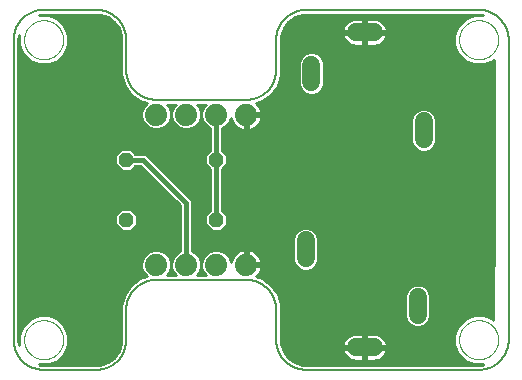
<source format=gbl>
G75*
%MOIN*%
%OFA0B0*%
%FSLAX25Y25*%
%IPPOS*%
%LPD*%
%AMOC8*
5,1,8,0,0,1.08239X$1,22.5*
%
%ADD10C,0.00800*%
%ADD11C,0.00000*%
%ADD12C,0.07400*%
%ADD13C,0.05906*%
%ADD14OC8,0.04800*%
%ADD15C,0.01000*%
%ADD16C,0.01600*%
D10*
X0012250Y0015449D02*
X0029750Y0015449D01*
X0029992Y0015452D01*
X0030233Y0015461D01*
X0030474Y0015475D01*
X0030715Y0015496D01*
X0030955Y0015522D01*
X0031195Y0015554D01*
X0031434Y0015592D01*
X0031671Y0015635D01*
X0031908Y0015685D01*
X0032143Y0015740D01*
X0032377Y0015800D01*
X0032609Y0015867D01*
X0032840Y0015938D01*
X0033069Y0016016D01*
X0033296Y0016099D01*
X0033521Y0016187D01*
X0033744Y0016281D01*
X0033964Y0016380D01*
X0034182Y0016485D01*
X0034397Y0016594D01*
X0034610Y0016709D01*
X0034820Y0016829D01*
X0035026Y0016954D01*
X0035230Y0017084D01*
X0035431Y0017219D01*
X0035628Y0017359D01*
X0035822Y0017503D01*
X0036012Y0017652D01*
X0036198Y0017806D01*
X0036381Y0017964D01*
X0036560Y0018126D01*
X0036735Y0018293D01*
X0036906Y0018464D01*
X0037073Y0018639D01*
X0037235Y0018818D01*
X0037393Y0019001D01*
X0037547Y0019187D01*
X0037696Y0019377D01*
X0037840Y0019571D01*
X0037980Y0019768D01*
X0038115Y0019969D01*
X0038245Y0020173D01*
X0038370Y0020379D01*
X0038490Y0020589D01*
X0038605Y0020802D01*
X0038714Y0021017D01*
X0038819Y0021235D01*
X0038918Y0021455D01*
X0039012Y0021678D01*
X0039100Y0021903D01*
X0039183Y0022130D01*
X0039261Y0022359D01*
X0039332Y0022590D01*
X0039399Y0022822D01*
X0039459Y0023056D01*
X0039514Y0023291D01*
X0039564Y0023528D01*
X0039607Y0023765D01*
X0039645Y0024004D01*
X0039677Y0024244D01*
X0039703Y0024484D01*
X0039724Y0024725D01*
X0039738Y0024966D01*
X0039747Y0025207D01*
X0039750Y0025449D01*
X0039750Y0035449D01*
X0039753Y0035691D01*
X0039762Y0035932D01*
X0039776Y0036173D01*
X0039797Y0036414D01*
X0039823Y0036654D01*
X0039855Y0036894D01*
X0039893Y0037133D01*
X0039936Y0037370D01*
X0039986Y0037607D01*
X0040041Y0037842D01*
X0040101Y0038076D01*
X0040168Y0038308D01*
X0040239Y0038539D01*
X0040317Y0038768D01*
X0040400Y0038995D01*
X0040488Y0039220D01*
X0040582Y0039443D01*
X0040681Y0039663D01*
X0040786Y0039881D01*
X0040895Y0040096D01*
X0041010Y0040309D01*
X0041130Y0040519D01*
X0041255Y0040725D01*
X0041385Y0040929D01*
X0041520Y0041130D01*
X0041660Y0041327D01*
X0041804Y0041521D01*
X0041953Y0041711D01*
X0042107Y0041897D01*
X0042265Y0042080D01*
X0042427Y0042259D01*
X0042594Y0042434D01*
X0042765Y0042605D01*
X0042940Y0042772D01*
X0043119Y0042934D01*
X0043302Y0043092D01*
X0043488Y0043246D01*
X0043678Y0043395D01*
X0043872Y0043539D01*
X0044069Y0043679D01*
X0044270Y0043814D01*
X0044474Y0043944D01*
X0044680Y0044069D01*
X0044890Y0044189D01*
X0045103Y0044304D01*
X0045318Y0044413D01*
X0045536Y0044518D01*
X0045756Y0044617D01*
X0045979Y0044711D01*
X0046204Y0044799D01*
X0046431Y0044882D01*
X0046660Y0044960D01*
X0046891Y0045031D01*
X0047123Y0045098D01*
X0047357Y0045158D01*
X0047592Y0045213D01*
X0047829Y0045263D01*
X0048066Y0045306D01*
X0048305Y0045344D01*
X0048545Y0045376D01*
X0048785Y0045402D01*
X0049026Y0045423D01*
X0049267Y0045437D01*
X0049508Y0045446D01*
X0049750Y0045449D01*
X0079750Y0045449D01*
X0079992Y0045446D01*
X0080233Y0045437D01*
X0080474Y0045423D01*
X0080715Y0045402D01*
X0080955Y0045376D01*
X0081195Y0045344D01*
X0081434Y0045306D01*
X0081671Y0045263D01*
X0081908Y0045213D01*
X0082143Y0045158D01*
X0082377Y0045098D01*
X0082609Y0045031D01*
X0082840Y0044960D01*
X0083069Y0044882D01*
X0083296Y0044799D01*
X0083521Y0044711D01*
X0083744Y0044617D01*
X0083964Y0044518D01*
X0084182Y0044413D01*
X0084397Y0044304D01*
X0084610Y0044189D01*
X0084820Y0044069D01*
X0085026Y0043944D01*
X0085230Y0043814D01*
X0085431Y0043679D01*
X0085628Y0043539D01*
X0085822Y0043395D01*
X0086012Y0043246D01*
X0086198Y0043092D01*
X0086381Y0042934D01*
X0086560Y0042772D01*
X0086735Y0042605D01*
X0086906Y0042434D01*
X0087073Y0042259D01*
X0087235Y0042080D01*
X0087393Y0041897D01*
X0087547Y0041711D01*
X0087696Y0041521D01*
X0087840Y0041327D01*
X0087980Y0041130D01*
X0088115Y0040929D01*
X0088245Y0040725D01*
X0088370Y0040519D01*
X0088490Y0040309D01*
X0088605Y0040096D01*
X0088714Y0039881D01*
X0088819Y0039663D01*
X0088918Y0039443D01*
X0089012Y0039220D01*
X0089100Y0038995D01*
X0089183Y0038768D01*
X0089261Y0038539D01*
X0089332Y0038308D01*
X0089399Y0038076D01*
X0089459Y0037842D01*
X0089514Y0037607D01*
X0089564Y0037370D01*
X0089607Y0037133D01*
X0089645Y0036894D01*
X0089677Y0036654D01*
X0089703Y0036414D01*
X0089724Y0036173D01*
X0089738Y0035932D01*
X0089747Y0035691D01*
X0089750Y0035449D01*
X0089750Y0025449D01*
X0089753Y0025207D01*
X0089762Y0024966D01*
X0089776Y0024725D01*
X0089797Y0024484D01*
X0089823Y0024244D01*
X0089855Y0024004D01*
X0089893Y0023765D01*
X0089936Y0023528D01*
X0089986Y0023291D01*
X0090041Y0023056D01*
X0090101Y0022822D01*
X0090168Y0022590D01*
X0090239Y0022359D01*
X0090317Y0022130D01*
X0090400Y0021903D01*
X0090488Y0021678D01*
X0090582Y0021455D01*
X0090681Y0021235D01*
X0090786Y0021017D01*
X0090895Y0020802D01*
X0091010Y0020589D01*
X0091130Y0020379D01*
X0091255Y0020173D01*
X0091385Y0019969D01*
X0091520Y0019768D01*
X0091660Y0019571D01*
X0091804Y0019377D01*
X0091953Y0019187D01*
X0092107Y0019001D01*
X0092265Y0018818D01*
X0092427Y0018639D01*
X0092594Y0018464D01*
X0092765Y0018293D01*
X0092940Y0018126D01*
X0093119Y0017964D01*
X0093302Y0017806D01*
X0093488Y0017652D01*
X0093678Y0017503D01*
X0093872Y0017359D01*
X0094069Y0017219D01*
X0094270Y0017084D01*
X0094474Y0016954D01*
X0094680Y0016829D01*
X0094890Y0016709D01*
X0095103Y0016594D01*
X0095318Y0016485D01*
X0095536Y0016380D01*
X0095756Y0016281D01*
X0095979Y0016187D01*
X0096204Y0016099D01*
X0096431Y0016016D01*
X0096660Y0015938D01*
X0096891Y0015867D01*
X0097123Y0015800D01*
X0097357Y0015740D01*
X0097592Y0015685D01*
X0097829Y0015635D01*
X0098066Y0015592D01*
X0098305Y0015554D01*
X0098545Y0015522D01*
X0098785Y0015496D01*
X0099026Y0015475D01*
X0099267Y0015461D01*
X0099508Y0015452D01*
X0099750Y0015449D01*
X0157250Y0015449D01*
X0157492Y0015452D01*
X0157733Y0015461D01*
X0157974Y0015475D01*
X0158215Y0015496D01*
X0158455Y0015522D01*
X0158695Y0015554D01*
X0158934Y0015592D01*
X0159171Y0015635D01*
X0159408Y0015685D01*
X0159643Y0015740D01*
X0159877Y0015800D01*
X0160109Y0015867D01*
X0160340Y0015938D01*
X0160569Y0016016D01*
X0160796Y0016099D01*
X0161021Y0016187D01*
X0161244Y0016281D01*
X0161464Y0016380D01*
X0161682Y0016485D01*
X0161897Y0016594D01*
X0162110Y0016709D01*
X0162320Y0016829D01*
X0162526Y0016954D01*
X0162730Y0017084D01*
X0162931Y0017219D01*
X0163128Y0017359D01*
X0163322Y0017503D01*
X0163512Y0017652D01*
X0163698Y0017806D01*
X0163881Y0017964D01*
X0164060Y0018126D01*
X0164235Y0018293D01*
X0164406Y0018464D01*
X0164573Y0018639D01*
X0164735Y0018818D01*
X0164893Y0019001D01*
X0165047Y0019187D01*
X0165196Y0019377D01*
X0165340Y0019571D01*
X0165480Y0019768D01*
X0165615Y0019969D01*
X0165745Y0020173D01*
X0165870Y0020379D01*
X0165990Y0020589D01*
X0166105Y0020802D01*
X0166214Y0021017D01*
X0166319Y0021235D01*
X0166418Y0021455D01*
X0166512Y0021678D01*
X0166600Y0021903D01*
X0166683Y0022130D01*
X0166761Y0022359D01*
X0166832Y0022590D01*
X0166899Y0022822D01*
X0166959Y0023056D01*
X0167014Y0023291D01*
X0167064Y0023528D01*
X0167107Y0023765D01*
X0167145Y0024004D01*
X0167177Y0024244D01*
X0167203Y0024484D01*
X0167224Y0024725D01*
X0167238Y0024966D01*
X0167247Y0025207D01*
X0167250Y0025449D01*
X0167250Y0125449D01*
X0167247Y0125691D01*
X0167238Y0125932D01*
X0167224Y0126173D01*
X0167203Y0126414D01*
X0167177Y0126654D01*
X0167145Y0126894D01*
X0167107Y0127133D01*
X0167064Y0127370D01*
X0167014Y0127607D01*
X0166959Y0127842D01*
X0166899Y0128076D01*
X0166832Y0128308D01*
X0166761Y0128539D01*
X0166683Y0128768D01*
X0166600Y0128995D01*
X0166512Y0129220D01*
X0166418Y0129443D01*
X0166319Y0129663D01*
X0166214Y0129881D01*
X0166105Y0130096D01*
X0165990Y0130309D01*
X0165870Y0130519D01*
X0165745Y0130725D01*
X0165615Y0130929D01*
X0165480Y0131130D01*
X0165340Y0131327D01*
X0165196Y0131521D01*
X0165047Y0131711D01*
X0164893Y0131897D01*
X0164735Y0132080D01*
X0164573Y0132259D01*
X0164406Y0132434D01*
X0164235Y0132605D01*
X0164060Y0132772D01*
X0163881Y0132934D01*
X0163698Y0133092D01*
X0163512Y0133246D01*
X0163322Y0133395D01*
X0163128Y0133539D01*
X0162931Y0133679D01*
X0162730Y0133814D01*
X0162526Y0133944D01*
X0162320Y0134069D01*
X0162110Y0134189D01*
X0161897Y0134304D01*
X0161682Y0134413D01*
X0161464Y0134518D01*
X0161244Y0134617D01*
X0161021Y0134711D01*
X0160796Y0134799D01*
X0160569Y0134882D01*
X0160340Y0134960D01*
X0160109Y0135031D01*
X0159877Y0135098D01*
X0159643Y0135158D01*
X0159408Y0135213D01*
X0159171Y0135263D01*
X0158934Y0135306D01*
X0158695Y0135344D01*
X0158455Y0135376D01*
X0158215Y0135402D01*
X0157974Y0135423D01*
X0157733Y0135437D01*
X0157492Y0135446D01*
X0157250Y0135449D01*
X0099750Y0135449D01*
X0099508Y0135446D01*
X0099267Y0135437D01*
X0099026Y0135423D01*
X0098785Y0135402D01*
X0098545Y0135376D01*
X0098305Y0135344D01*
X0098066Y0135306D01*
X0097829Y0135263D01*
X0097592Y0135213D01*
X0097357Y0135158D01*
X0097123Y0135098D01*
X0096891Y0135031D01*
X0096660Y0134960D01*
X0096431Y0134882D01*
X0096204Y0134799D01*
X0095979Y0134711D01*
X0095756Y0134617D01*
X0095536Y0134518D01*
X0095318Y0134413D01*
X0095103Y0134304D01*
X0094890Y0134189D01*
X0094680Y0134069D01*
X0094474Y0133944D01*
X0094270Y0133814D01*
X0094069Y0133679D01*
X0093872Y0133539D01*
X0093678Y0133395D01*
X0093488Y0133246D01*
X0093302Y0133092D01*
X0093119Y0132934D01*
X0092940Y0132772D01*
X0092765Y0132605D01*
X0092594Y0132434D01*
X0092427Y0132259D01*
X0092265Y0132080D01*
X0092107Y0131897D01*
X0091953Y0131711D01*
X0091804Y0131521D01*
X0091660Y0131327D01*
X0091520Y0131130D01*
X0091385Y0130929D01*
X0091255Y0130725D01*
X0091130Y0130519D01*
X0091010Y0130309D01*
X0090895Y0130096D01*
X0090786Y0129881D01*
X0090681Y0129663D01*
X0090582Y0129443D01*
X0090488Y0129220D01*
X0090400Y0128995D01*
X0090317Y0128768D01*
X0090239Y0128539D01*
X0090168Y0128308D01*
X0090101Y0128076D01*
X0090041Y0127842D01*
X0089986Y0127607D01*
X0089936Y0127370D01*
X0089893Y0127133D01*
X0089855Y0126894D01*
X0089823Y0126654D01*
X0089797Y0126414D01*
X0089776Y0126173D01*
X0089762Y0125932D01*
X0089753Y0125691D01*
X0089750Y0125449D01*
X0089750Y0115449D01*
X0089747Y0115207D01*
X0089738Y0114966D01*
X0089724Y0114725D01*
X0089703Y0114484D01*
X0089677Y0114244D01*
X0089645Y0114004D01*
X0089607Y0113765D01*
X0089564Y0113528D01*
X0089514Y0113291D01*
X0089459Y0113056D01*
X0089399Y0112822D01*
X0089332Y0112590D01*
X0089261Y0112359D01*
X0089183Y0112130D01*
X0089100Y0111903D01*
X0089012Y0111678D01*
X0088918Y0111455D01*
X0088819Y0111235D01*
X0088714Y0111017D01*
X0088605Y0110802D01*
X0088490Y0110589D01*
X0088370Y0110379D01*
X0088245Y0110173D01*
X0088115Y0109969D01*
X0087980Y0109768D01*
X0087840Y0109571D01*
X0087696Y0109377D01*
X0087547Y0109187D01*
X0087393Y0109001D01*
X0087235Y0108818D01*
X0087073Y0108639D01*
X0086906Y0108464D01*
X0086735Y0108293D01*
X0086560Y0108126D01*
X0086381Y0107964D01*
X0086198Y0107806D01*
X0086012Y0107652D01*
X0085822Y0107503D01*
X0085628Y0107359D01*
X0085431Y0107219D01*
X0085230Y0107084D01*
X0085026Y0106954D01*
X0084820Y0106829D01*
X0084610Y0106709D01*
X0084397Y0106594D01*
X0084182Y0106485D01*
X0083964Y0106380D01*
X0083744Y0106281D01*
X0083521Y0106187D01*
X0083296Y0106099D01*
X0083069Y0106016D01*
X0082840Y0105938D01*
X0082609Y0105867D01*
X0082377Y0105800D01*
X0082143Y0105740D01*
X0081908Y0105685D01*
X0081671Y0105635D01*
X0081434Y0105592D01*
X0081195Y0105554D01*
X0080955Y0105522D01*
X0080715Y0105496D01*
X0080474Y0105475D01*
X0080233Y0105461D01*
X0079992Y0105452D01*
X0079750Y0105449D01*
X0049750Y0105449D01*
X0049508Y0105452D01*
X0049267Y0105461D01*
X0049026Y0105475D01*
X0048785Y0105496D01*
X0048545Y0105522D01*
X0048305Y0105554D01*
X0048066Y0105592D01*
X0047829Y0105635D01*
X0047592Y0105685D01*
X0047357Y0105740D01*
X0047123Y0105800D01*
X0046891Y0105867D01*
X0046660Y0105938D01*
X0046431Y0106016D01*
X0046204Y0106099D01*
X0045979Y0106187D01*
X0045756Y0106281D01*
X0045536Y0106380D01*
X0045318Y0106485D01*
X0045103Y0106594D01*
X0044890Y0106709D01*
X0044680Y0106829D01*
X0044474Y0106954D01*
X0044270Y0107084D01*
X0044069Y0107219D01*
X0043872Y0107359D01*
X0043678Y0107503D01*
X0043488Y0107652D01*
X0043302Y0107806D01*
X0043119Y0107964D01*
X0042940Y0108126D01*
X0042765Y0108293D01*
X0042594Y0108464D01*
X0042427Y0108639D01*
X0042265Y0108818D01*
X0042107Y0109001D01*
X0041953Y0109187D01*
X0041804Y0109377D01*
X0041660Y0109571D01*
X0041520Y0109768D01*
X0041385Y0109969D01*
X0041255Y0110173D01*
X0041130Y0110379D01*
X0041010Y0110589D01*
X0040895Y0110802D01*
X0040786Y0111017D01*
X0040681Y0111235D01*
X0040582Y0111455D01*
X0040488Y0111678D01*
X0040400Y0111903D01*
X0040317Y0112130D01*
X0040239Y0112359D01*
X0040168Y0112590D01*
X0040101Y0112822D01*
X0040041Y0113056D01*
X0039986Y0113291D01*
X0039936Y0113528D01*
X0039893Y0113765D01*
X0039855Y0114004D01*
X0039823Y0114244D01*
X0039797Y0114484D01*
X0039776Y0114725D01*
X0039762Y0114966D01*
X0039753Y0115207D01*
X0039750Y0115449D01*
X0039750Y0125449D01*
X0039747Y0125691D01*
X0039738Y0125932D01*
X0039724Y0126173D01*
X0039703Y0126414D01*
X0039677Y0126654D01*
X0039645Y0126894D01*
X0039607Y0127133D01*
X0039564Y0127370D01*
X0039514Y0127607D01*
X0039459Y0127842D01*
X0039399Y0128076D01*
X0039332Y0128308D01*
X0039261Y0128539D01*
X0039183Y0128768D01*
X0039100Y0128995D01*
X0039012Y0129220D01*
X0038918Y0129443D01*
X0038819Y0129663D01*
X0038714Y0129881D01*
X0038605Y0130096D01*
X0038490Y0130309D01*
X0038370Y0130519D01*
X0038245Y0130725D01*
X0038115Y0130929D01*
X0037980Y0131130D01*
X0037840Y0131327D01*
X0037696Y0131521D01*
X0037547Y0131711D01*
X0037393Y0131897D01*
X0037235Y0132080D01*
X0037073Y0132259D01*
X0036906Y0132434D01*
X0036735Y0132605D01*
X0036560Y0132772D01*
X0036381Y0132934D01*
X0036198Y0133092D01*
X0036012Y0133246D01*
X0035822Y0133395D01*
X0035628Y0133539D01*
X0035431Y0133679D01*
X0035230Y0133814D01*
X0035026Y0133944D01*
X0034820Y0134069D01*
X0034610Y0134189D01*
X0034397Y0134304D01*
X0034182Y0134413D01*
X0033964Y0134518D01*
X0033744Y0134617D01*
X0033521Y0134711D01*
X0033296Y0134799D01*
X0033069Y0134882D01*
X0032840Y0134960D01*
X0032609Y0135031D01*
X0032377Y0135098D01*
X0032143Y0135158D01*
X0031908Y0135213D01*
X0031671Y0135263D01*
X0031434Y0135306D01*
X0031195Y0135344D01*
X0030955Y0135376D01*
X0030715Y0135402D01*
X0030474Y0135423D01*
X0030233Y0135437D01*
X0029992Y0135446D01*
X0029750Y0135449D01*
X0012250Y0135449D01*
X0012008Y0135446D01*
X0011767Y0135437D01*
X0011526Y0135423D01*
X0011285Y0135402D01*
X0011045Y0135376D01*
X0010805Y0135344D01*
X0010566Y0135306D01*
X0010329Y0135263D01*
X0010092Y0135213D01*
X0009857Y0135158D01*
X0009623Y0135098D01*
X0009391Y0135031D01*
X0009160Y0134960D01*
X0008931Y0134882D01*
X0008704Y0134799D01*
X0008479Y0134711D01*
X0008256Y0134617D01*
X0008036Y0134518D01*
X0007818Y0134413D01*
X0007603Y0134304D01*
X0007390Y0134189D01*
X0007180Y0134069D01*
X0006974Y0133944D01*
X0006770Y0133814D01*
X0006569Y0133679D01*
X0006372Y0133539D01*
X0006178Y0133395D01*
X0005988Y0133246D01*
X0005802Y0133092D01*
X0005619Y0132934D01*
X0005440Y0132772D01*
X0005265Y0132605D01*
X0005094Y0132434D01*
X0004927Y0132259D01*
X0004765Y0132080D01*
X0004607Y0131897D01*
X0004453Y0131711D01*
X0004304Y0131521D01*
X0004160Y0131327D01*
X0004020Y0131130D01*
X0003885Y0130929D01*
X0003755Y0130725D01*
X0003630Y0130519D01*
X0003510Y0130309D01*
X0003395Y0130096D01*
X0003286Y0129881D01*
X0003181Y0129663D01*
X0003082Y0129443D01*
X0002988Y0129220D01*
X0002900Y0128995D01*
X0002817Y0128768D01*
X0002739Y0128539D01*
X0002668Y0128308D01*
X0002601Y0128076D01*
X0002541Y0127842D01*
X0002486Y0127607D01*
X0002436Y0127370D01*
X0002393Y0127133D01*
X0002355Y0126894D01*
X0002323Y0126654D01*
X0002297Y0126414D01*
X0002276Y0126173D01*
X0002262Y0125932D01*
X0002253Y0125691D01*
X0002250Y0125449D01*
X0002250Y0025449D01*
X0002253Y0025207D01*
X0002262Y0024966D01*
X0002276Y0024725D01*
X0002297Y0024484D01*
X0002323Y0024244D01*
X0002355Y0024004D01*
X0002393Y0023765D01*
X0002436Y0023528D01*
X0002486Y0023291D01*
X0002541Y0023056D01*
X0002601Y0022822D01*
X0002668Y0022590D01*
X0002739Y0022359D01*
X0002817Y0022130D01*
X0002900Y0021903D01*
X0002988Y0021678D01*
X0003082Y0021455D01*
X0003181Y0021235D01*
X0003286Y0021017D01*
X0003395Y0020802D01*
X0003510Y0020589D01*
X0003630Y0020379D01*
X0003755Y0020173D01*
X0003885Y0019969D01*
X0004020Y0019768D01*
X0004160Y0019571D01*
X0004304Y0019377D01*
X0004453Y0019187D01*
X0004607Y0019001D01*
X0004765Y0018818D01*
X0004927Y0018639D01*
X0005094Y0018464D01*
X0005265Y0018293D01*
X0005440Y0018126D01*
X0005619Y0017964D01*
X0005802Y0017806D01*
X0005988Y0017652D01*
X0006178Y0017503D01*
X0006372Y0017359D01*
X0006569Y0017219D01*
X0006770Y0017084D01*
X0006974Y0016954D01*
X0007180Y0016829D01*
X0007390Y0016709D01*
X0007603Y0016594D01*
X0007818Y0016485D01*
X0008036Y0016380D01*
X0008256Y0016281D01*
X0008479Y0016187D01*
X0008704Y0016099D01*
X0008931Y0016016D01*
X0009160Y0015938D01*
X0009391Y0015867D01*
X0009623Y0015800D01*
X0009857Y0015740D01*
X0010092Y0015685D01*
X0010329Y0015635D01*
X0010566Y0015592D01*
X0010805Y0015554D01*
X0011045Y0015522D01*
X0011285Y0015496D01*
X0011526Y0015475D01*
X0011767Y0015461D01*
X0012008Y0015452D01*
X0012250Y0015449D01*
D11*
X0005750Y0025449D02*
X0005752Y0025610D01*
X0005758Y0025770D01*
X0005768Y0025931D01*
X0005782Y0026091D01*
X0005800Y0026251D01*
X0005821Y0026410D01*
X0005847Y0026569D01*
X0005877Y0026727D01*
X0005910Y0026884D01*
X0005948Y0027041D01*
X0005989Y0027196D01*
X0006034Y0027350D01*
X0006083Y0027503D01*
X0006136Y0027655D01*
X0006192Y0027806D01*
X0006253Y0027955D01*
X0006316Y0028103D01*
X0006384Y0028249D01*
X0006455Y0028393D01*
X0006529Y0028535D01*
X0006607Y0028676D01*
X0006689Y0028814D01*
X0006774Y0028951D01*
X0006862Y0029085D01*
X0006954Y0029217D01*
X0007049Y0029347D01*
X0007147Y0029475D01*
X0007248Y0029600D01*
X0007352Y0029722D01*
X0007459Y0029842D01*
X0007569Y0029959D01*
X0007682Y0030074D01*
X0007798Y0030185D01*
X0007917Y0030294D01*
X0008038Y0030399D01*
X0008162Y0030502D01*
X0008288Y0030602D01*
X0008416Y0030698D01*
X0008547Y0030791D01*
X0008681Y0030881D01*
X0008816Y0030968D01*
X0008954Y0031051D01*
X0009093Y0031131D01*
X0009235Y0031207D01*
X0009378Y0031280D01*
X0009523Y0031349D01*
X0009670Y0031415D01*
X0009818Y0031477D01*
X0009968Y0031535D01*
X0010119Y0031590D01*
X0010272Y0031641D01*
X0010426Y0031688D01*
X0010581Y0031731D01*
X0010737Y0031770D01*
X0010893Y0031806D01*
X0011051Y0031837D01*
X0011209Y0031865D01*
X0011368Y0031889D01*
X0011528Y0031909D01*
X0011688Y0031925D01*
X0011848Y0031937D01*
X0012009Y0031945D01*
X0012170Y0031949D01*
X0012330Y0031949D01*
X0012491Y0031945D01*
X0012652Y0031937D01*
X0012812Y0031925D01*
X0012972Y0031909D01*
X0013132Y0031889D01*
X0013291Y0031865D01*
X0013449Y0031837D01*
X0013607Y0031806D01*
X0013763Y0031770D01*
X0013919Y0031731D01*
X0014074Y0031688D01*
X0014228Y0031641D01*
X0014381Y0031590D01*
X0014532Y0031535D01*
X0014682Y0031477D01*
X0014830Y0031415D01*
X0014977Y0031349D01*
X0015122Y0031280D01*
X0015265Y0031207D01*
X0015407Y0031131D01*
X0015546Y0031051D01*
X0015684Y0030968D01*
X0015819Y0030881D01*
X0015953Y0030791D01*
X0016084Y0030698D01*
X0016212Y0030602D01*
X0016338Y0030502D01*
X0016462Y0030399D01*
X0016583Y0030294D01*
X0016702Y0030185D01*
X0016818Y0030074D01*
X0016931Y0029959D01*
X0017041Y0029842D01*
X0017148Y0029722D01*
X0017252Y0029600D01*
X0017353Y0029475D01*
X0017451Y0029347D01*
X0017546Y0029217D01*
X0017638Y0029085D01*
X0017726Y0028951D01*
X0017811Y0028814D01*
X0017893Y0028676D01*
X0017971Y0028535D01*
X0018045Y0028393D01*
X0018116Y0028249D01*
X0018184Y0028103D01*
X0018247Y0027955D01*
X0018308Y0027806D01*
X0018364Y0027655D01*
X0018417Y0027503D01*
X0018466Y0027350D01*
X0018511Y0027196D01*
X0018552Y0027041D01*
X0018590Y0026884D01*
X0018623Y0026727D01*
X0018653Y0026569D01*
X0018679Y0026410D01*
X0018700Y0026251D01*
X0018718Y0026091D01*
X0018732Y0025931D01*
X0018742Y0025770D01*
X0018748Y0025610D01*
X0018750Y0025449D01*
X0018748Y0025288D01*
X0018742Y0025128D01*
X0018732Y0024967D01*
X0018718Y0024807D01*
X0018700Y0024647D01*
X0018679Y0024488D01*
X0018653Y0024329D01*
X0018623Y0024171D01*
X0018590Y0024014D01*
X0018552Y0023857D01*
X0018511Y0023702D01*
X0018466Y0023548D01*
X0018417Y0023395D01*
X0018364Y0023243D01*
X0018308Y0023092D01*
X0018247Y0022943D01*
X0018184Y0022795D01*
X0018116Y0022649D01*
X0018045Y0022505D01*
X0017971Y0022363D01*
X0017893Y0022222D01*
X0017811Y0022084D01*
X0017726Y0021947D01*
X0017638Y0021813D01*
X0017546Y0021681D01*
X0017451Y0021551D01*
X0017353Y0021423D01*
X0017252Y0021298D01*
X0017148Y0021176D01*
X0017041Y0021056D01*
X0016931Y0020939D01*
X0016818Y0020824D01*
X0016702Y0020713D01*
X0016583Y0020604D01*
X0016462Y0020499D01*
X0016338Y0020396D01*
X0016212Y0020296D01*
X0016084Y0020200D01*
X0015953Y0020107D01*
X0015819Y0020017D01*
X0015684Y0019930D01*
X0015546Y0019847D01*
X0015407Y0019767D01*
X0015265Y0019691D01*
X0015122Y0019618D01*
X0014977Y0019549D01*
X0014830Y0019483D01*
X0014682Y0019421D01*
X0014532Y0019363D01*
X0014381Y0019308D01*
X0014228Y0019257D01*
X0014074Y0019210D01*
X0013919Y0019167D01*
X0013763Y0019128D01*
X0013607Y0019092D01*
X0013449Y0019061D01*
X0013291Y0019033D01*
X0013132Y0019009D01*
X0012972Y0018989D01*
X0012812Y0018973D01*
X0012652Y0018961D01*
X0012491Y0018953D01*
X0012330Y0018949D01*
X0012170Y0018949D01*
X0012009Y0018953D01*
X0011848Y0018961D01*
X0011688Y0018973D01*
X0011528Y0018989D01*
X0011368Y0019009D01*
X0011209Y0019033D01*
X0011051Y0019061D01*
X0010893Y0019092D01*
X0010737Y0019128D01*
X0010581Y0019167D01*
X0010426Y0019210D01*
X0010272Y0019257D01*
X0010119Y0019308D01*
X0009968Y0019363D01*
X0009818Y0019421D01*
X0009670Y0019483D01*
X0009523Y0019549D01*
X0009378Y0019618D01*
X0009235Y0019691D01*
X0009093Y0019767D01*
X0008954Y0019847D01*
X0008816Y0019930D01*
X0008681Y0020017D01*
X0008547Y0020107D01*
X0008416Y0020200D01*
X0008288Y0020296D01*
X0008162Y0020396D01*
X0008038Y0020499D01*
X0007917Y0020604D01*
X0007798Y0020713D01*
X0007682Y0020824D01*
X0007569Y0020939D01*
X0007459Y0021056D01*
X0007352Y0021176D01*
X0007248Y0021298D01*
X0007147Y0021423D01*
X0007049Y0021551D01*
X0006954Y0021681D01*
X0006862Y0021813D01*
X0006774Y0021947D01*
X0006689Y0022084D01*
X0006607Y0022222D01*
X0006529Y0022363D01*
X0006455Y0022505D01*
X0006384Y0022649D01*
X0006316Y0022795D01*
X0006253Y0022943D01*
X0006192Y0023092D01*
X0006136Y0023243D01*
X0006083Y0023395D01*
X0006034Y0023548D01*
X0005989Y0023702D01*
X0005948Y0023857D01*
X0005910Y0024014D01*
X0005877Y0024171D01*
X0005847Y0024329D01*
X0005821Y0024488D01*
X0005800Y0024647D01*
X0005782Y0024807D01*
X0005768Y0024967D01*
X0005758Y0025128D01*
X0005752Y0025288D01*
X0005750Y0025449D01*
X0005750Y0125449D02*
X0005752Y0125610D01*
X0005758Y0125770D01*
X0005768Y0125931D01*
X0005782Y0126091D01*
X0005800Y0126251D01*
X0005821Y0126410D01*
X0005847Y0126569D01*
X0005877Y0126727D01*
X0005910Y0126884D01*
X0005948Y0127041D01*
X0005989Y0127196D01*
X0006034Y0127350D01*
X0006083Y0127503D01*
X0006136Y0127655D01*
X0006192Y0127806D01*
X0006253Y0127955D01*
X0006316Y0128103D01*
X0006384Y0128249D01*
X0006455Y0128393D01*
X0006529Y0128535D01*
X0006607Y0128676D01*
X0006689Y0128814D01*
X0006774Y0128951D01*
X0006862Y0129085D01*
X0006954Y0129217D01*
X0007049Y0129347D01*
X0007147Y0129475D01*
X0007248Y0129600D01*
X0007352Y0129722D01*
X0007459Y0129842D01*
X0007569Y0129959D01*
X0007682Y0130074D01*
X0007798Y0130185D01*
X0007917Y0130294D01*
X0008038Y0130399D01*
X0008162Y0130502D01*
X0008288Y0130602D01*
X0008416Y0130698D01*
X0008547Y0130791D01*
X0008681Y0130881D01*
X0008816Y0130968D01*
X0008954Y0131051D01*
X0009093Y0131131D01*
X0009235Y0131207D01*
X0009378Y0131280D01*
X0009523Y0131349D01*
X0009670Y0131415D01*
X0009818Y0131477D01*
X0009968Y0131535D01*
X0010119Y0131590D01*
X0010272Y0131641D01*
X0010426Y0131688D01*
X0010581Y0131731D01*
X0010737Y0131770D01*
X0010893Y0131806D01*
X0011051Y0131837D01*
X0011209Y0131865D01*
X0011368Y0131889D01*
X0011528Y0131909D01*
X0011688Y0131925D01*
X0011848Y0131937D01*
X0012009Y0131945D01*
X0012170Y0131949D01*
X0012330Y0131949D01*
X0012491Y0131945D01*
X0012652Y0131937D01*
X0012812Y0131925D01*
X0012972Y0131909D01*
X0013132Y0131889D01*
X0013291Y0131865D01*
X0013449Y0131837D01*
X0013607Y0131806D01*
X0013763Y0131770D01*
X0013919Y0131731D01*
X0014074Y0131688D01*
X0014228Y0131641D01*
X0014381Y0131590D01*
X0014532Y0131535D01*
X0014682Y0131477D01*
X0014830Y0131415D01*
X0014977Y0131349D01*
X0015122Y0131280D01*
X0015265Y0131207D01*
X0015407Y0131131D01*
X0015546Y0131051D01*
X0015684Y0130968D01*
X0015819Y0130881D01*
X0015953Y0130791D01*
X0016084Y0130698D01*
X0016212Y0130602D01*
X0016338Y0130502D01*
X0016462Y0130399D01*
X0016583Y0130294D01*
X0016702Y0130185D01*
X0016818Y0130074D01*
X0016931Y0129959D01*
X0017041Y0129842D01*
X0017148Y0129722D01*
X0017252Y0129600D01*
X0017353Y0129475D01*
X0017451Y0129347D01*
X0017546Y0129217D01*
X0017638Y0129085D01*
X0017726Y0128951D01*
X0017811Y0128814D01*
X0017893Y0128676D01*
X0017971Y0128535D01*
X0018045Y0128393D01*
X0018116Y0128249D01*
X0018184Y0128103D01*
X0018247Y0127955D01*
X0018308Y0127806D01*
X0018364Y0127655D01*
X0018417Y0127503D01*
X0018466Y0127350D01*
X0018511Y0127196D01*
X0018552Y0127041D01*
X0018590Y0126884D01*
X0018623Y0126727D01*
X0018653Y0126569D01*
X0018679Y0126410D01*
X0018700Y0126251D01*
X0018718Y0126091D01*
X0018732Y0125931D01*
X0018742Y0125770D01*
X0018748Y0125610D01*
X0018750Y0125449D01*
X0018748Y0125288D01*
X0018742Y0125128D01*
X0018732Y0124967D01*
X0018718Y0124807D01*
X0018700Y0124647D01*
X0018679Y0124488D01*
X0018653Y0124329D01*
X0018623Y0124171D01*
X0018590Y0124014D01*
X0018552Y0123857D01*
X0018511Y0123702D01*
X0018466Y0123548D01*
X0018417Y0123395D01*
X0018364Y0123243D01*
X0018308Y0123092D01*
X0018247Y0122943D01*
X0018184Y0122795D01*
X0018116Y0122649D01*
X0018045Y0122505D01*
X0017971Y0122363D01*
X0017893Y0122222D01*
X0017811Y0122084D01*
X0017726Y0121947D01*
X0017638Y0121813D01*
X0017546Y0121681D01*
X0017451Y0121551D01*
X0017353Y0121423D01*
X0017252Y0121298D01*
X0017148Y0121176D01*
X0017041Y0121056D01*
X0016931Y0120939D01*
X0016818Y0120824D01*
X0016702Y0120713D01*
X0016583Y0120604D01*
X0016462Y0120499D01*
X0016338Y0120396D01*
X0016212Y0120296D01*
X0016084Y0120200D01*
X0015953Y0120107D01*
X0015819Y0120017D01*
X0015684Y0119930D01*
X0015546Y0119847D01*
X0015407Y0119767D01*
X0015265Y0119691D01*
X0015122Y0119618D01*
X0014977Y0119549D01*
X0014830Y0119483D01*
X0014682Y0119421D01*
X0014532Y0119363D01*
X0014381Y0119308D01*
X0014228Y0119257D01*
X0014074Y0119210D01*
X0013919Y0119167D01*
X0013763Y0119128D01*
X0013607Y0119092D01*
X0013449Y0119061D01*
X0013291Y0119033D01*
X0013132Y0119009D01*
X0012972Y0118989D01*
X0012812Y0118973D01*
X0012652Y0118961D01*
X0012491Y0118953D01*
X0012330Y0118949D01*
X0012170Y0118949D01*
X0012009Y0118953D01*
X0011848Y0118961D01*
X0011688Y0118973D01*
X0011528Y0118989D01*
X0011368Y0119009D01*
X0011209Y0119033D01*
X0011051Y0119061D01*
X0010893Y0119092D01*
X0010737Y0119128D01*
X0010581Y0119167D01*
X0010426Y0119210D01*
X0010272Y0119257D01*
X0010119Y0119308D01*
X0009968Y0119363D01*
X0009818Y0119421D01*
X0009670Y0119483D01*
X0009523Y0119549D01*
X0009378Y0119618D01*
X0009235Y0119691D01*
X0009093Y0119767D01*
X0008954Y0119847D01*
X0008816Y0119930D01*
X0008681Y0120017D01*
X0008547Y0120107D01*
X0008416Y0120200D01*
X0008288Y0120296D01*
X0008162Y0120396D01*
X0008038Y0120499D01*
X0007917Y0120604D01*
X0007798Y0120713D01*
X0007682Y0120824D01*
X0007569Y0120939D01*
X0007459Y0121056D01*
X0007352Y0121176D01*
X0007248Y0121298D01*
X0007147Y0121423D01*
X0007049Y0121551D01*
X0006954Y0121681D01*
X0006862Y0121813D01*
X0006774Y0121947D01*
X0006689Y0122084D01*
X0006607Y0122222D01*
X0006529Y0122363D01*
X0006455Y0122505D01*
X0006384Y0122649D01*
X0006316Y0122795D01*
X0006253Y0122943D01*
X0006192Y0123092D01*
X0006136Y0123243D01*
X0006083Y0123395D01*
X0006034Y0123548D01*
X0005989Y0123702D01*
X0005948Y0123857D01*
X0005910Y0124014D01*
X0005877Y0124171D01*
X0005847Y0124329D01*
X0005821Y0124488D01*
X0005800Y0124647D01*
X0005782Y0124807D01*
X0005768Y0124967D01*
X0005758Y0125128D01*
X0005752Y0125288D01*
X0005750Y0125449D01*
X0150750Y0125449D02*
X0150752Y0125610D01*
X0150758Y0125770D01*
X0150768Y0125931D01*
X0150782Y0126091D01*
X0150800Y0126251D01*
X0150821Y0126410D01*
X0150847Y0126569D01*
X0150877Y0126727D01*
X0150910Y0126884D01*
X0150948Y0127041D01*
X0150989Y0127196D01*
X0151034Y0127350D01*
X0151083Y0127503D01*
X0151136Y0127655D01*
X0151192Y0127806D01*
X0151253Y0127955D01*
X0151316Y0128103D01*
X0151384Y0128249D01*
X0151455Y0128393D01*
X0151529Y0128535D01*
X0151607Y0128676D01*
X0151689Y0128814D01*
X0151774Y0128951D01*
X0151862Y0129085D01*
X0151954Y0129217D01*
X0152049Y0129347D01*
X0152147Y0129475D01*
X0152248Y0129600D01*
X0152352Y0129722D01*
X0152459Y0129842D01*
X0152569Y0129959D01*
X0152682Y0130074D01*
X0152798Y0130185D01*
X0152917Y0130294D01*
X0153038Y0130399D01*
X0153162Y0130502D01*
X0153288Y0130602D01*
X0153416Y0130698D01*
X0153547Y0130791D01*
X0153681Y0130881D01*
X0153816Y0130968D01*
X0153954Y0131051D01*
X0154093Y0131131D01*
X0154235Y0131207D01*
X0154378Y0131280D01*
X0154523Y0131349D01*
X0154670Y0131415D01*
X0154818Y0131477D01*
X0154968Y0131535D01*
X0155119Y0131590D01*
X0155272Y0131641D01*
X0155426Y0131688D01*
X0155581Y0131731D01*
X0155737Y0131770D01*
X0155893Y0131806D01*
X0156051Y0131837D01*
X0156209Y0131865D01*
X0156368Y0131889D01*
X0156528Y0131909D01*
X0156688Y0131925D01*
X0156848Y0131937D01*
X0157009Y0131945D01*
X0157170Y0131949D01*
X0157330Y0131949D01*
X0157491Y0131945D01*
X0157652Y0131937D01*
X0157812Y0131925D01*
X0157972Y0131909D01*
X0158132Y0131889D01*
X0158291Y0131865D01*
X0158449Y0131837D01*
X0158607Y0131806D01*
X0158763Y0131770D01*
X0158919Y0131731D01*
X0159074Y0131688D01*
X0159228Y0131641D01*
X0159381Y0131590D01*
X0159532Y0131535D01*
X0159682Y0131477D01*
X0159830Y0131415D01*
X0159977Y0131349D01*
X0160122Y0131280D01*
X0160265Y0131207D01*
X0160407Y0131131D01*
X0160546Y0131051D01*
X0160684Y0130968D01*
X0160819Y0130881D01*
X0160953Y0130791D01*
X0161084Y0130698D01*
X0161212Y0130602D01*
X0161338Y0130502D01*
X0161462Y0130399D01*
X0161583Y0130294D01*
X0161702Y0130185D01*
X0161818Y0130074D01*
X0161931Y0129959D01*
X0162041Y0129842D01*
X0162148Y0129722D01*
X0162252Y0129600D01*
X0162353Y0129475D01*
X0162451Y0129347D01*
X0162546Y0129217D01*
X0162638Y0129085D01*
X0162726Y0128951D01*
X0162811Y0128814D01*
X0162893Y0128676D01*
X0162971Y0128535D01*
X0163045Y0128393D01*
X0163116Y0128249D01*
X0163184Y0128103D01*
X0163247Y0127955D01*
X0163308Y0127806D01*
X0163364Y0127655D01*
X0163417Y0127503D01*
X0163466Y0127350D01*
X0163511Y0127196D01*
X0163552Y0127041D01*
X0163590Y0126884D01*
X0163623Y0126727D01*
X0163653Y0126569D01*
X0163679Y0126410D01*
X0163700Y0126251D01*
X0163718Y0126091D01*
X0163732Y0125931D01*
X0163742Y0125770D01*
X0163748Y0125610D01*
X0163750Y0125449D01*
X0163748Y0125288D01*
X0163742Y0125128D01*
X0163732Y0124967D01*
X0163718Y0124807D01*
X0163700Y0124647D01*
X0163679Y0124488D01*
X0163653Y0124329D01*
X0163623Y0124171D01*
X0163590Y0124014D01*
X0163552Y0123857D01*
X0163511Y0123702D01*
X0163466Y0123548D01*
X0163417Y0123395D01*
X0163364Y0123243D01*
X0163308Y0123092D01*
X0163247Y0122943D01*
X0163184Y0122795D01*
X0163116Y0122649D01*
X0163045Y0122505D01*
X0162971Y0122363D01*
X0162893Y0122222D01*
X0162811Y0122084D01*
X0162726Y0121947D01*
X0162638Y0121813D01*
X0162546Y0121681D01*
X0162451Y0121551D01*
X0162353Y0121423D01*
X0162252Y0121298D01*
X0162148Y0121176D01*
X0162041Y0121056D01*
X0161931Y0120939D01*
X0161818Y0120824D01*
X0161702Y0120713D01*
X0161583Y0120604D01*
X0161462Y0120499D01*
X0161338Y0120396D01*
X0161212Y0120296D01*
X0161084Y0120200D01*
X0160953Y0120107D01*
X0160819Y0120017D01*
X0160684Y0119930D01*
X0160546Y0119847D01*
X0160407Y0119767D01*
X0160265Y0119691D01*
X0160122Y0119618D01*
X0159977Y0119549D01*
X0159830Y0119483D01*
X0159682Y0119421D01*
X0159532Y0119363D01*
X0159381Y0119308D01*
X0159228Y0119257D01*
X0159074Y0119210D01*
X0158919Y0119167D01*
X0158763Y0119128D01*
X0158607Y0119092D01*
X0158449Y0119061D01*
X0158291Y0119033D01*
X0158132Y0119009D01*
X0157972Y0118989D01*
X0157812Y0118973D01*
X0157652Y0118961D01*
X0157491Y0118953D01*
X0157330Y0118949D01*
X0157170Y0118949D01*
X0157009Y0118953D01*
X0156848Y0118961D01*
X0156688Y0118973D01*
X0156528Y0118989D01*
X0156368Y0119009D01*
X0156209Y0119033D01*
X0156051Y0119061D01*
X0155893Y0119092D01*
X0155737Y0119128D01*
X0155581Y0119167D01*
X0155426Y0119210D01*
X0155272Y0119257D01*
X0155119Y0119308D01*
X0154968Y0119363D01*
X0154818Y0119421D01*
X0154670Y0119483D01*
X0154523Y0119549D01*
X0154378Y0119618D01*
X0154235Y0119691D01*
X0154093Y0119767D01*
X0153954Y0119847D01*
X0153816Y0119930D01*
X0153681Y0120017D01*
X0153547Y0120107D01*
X0153416Y0120200D01*
X0153288Y0120296D01*
X0153162Y0120396D01*
X0153038Y0120499D01*
X0152917Y0120604D01*
X0152798Y0120713D01*
X0152682Y0120824D01*
X0152569Y0120939D01*
X0152459Y0121056D01*
X0152352Y0121176D01*
X0152248Y0121298D01*
X0152147Y0121423D01*
X0152049Y0121551D01*
X0151954Y0121681D01*
X0151862Y0121813D01*
X0151774Y0121947D01*
X0151689Y0122084D01*
X0151607Y0122222D01*
X0151529Y0122363D01*
X0151455Y0122505D01*
X0151384Y0122649D01*
X0151316Y0122795D01*
X0151253Y0122943D01*
X0151192Y0123092D01*
X0151136Y0123243D01*
X0151083Y0123395D01*
X0151034Y0123548D01*
X0150989Y0123702D01*
X0150948Y0123857D01*
X0150910Y0124014D01*
X0150877Y0124171D01*
X0150847Y0124329D01*
X0150821Y0124488D01*
X0150800Y0124647D01*
X0150782Y0124807D01*
X0150768Y0124967D01*
X0150758Y0125128D01*
X0150752Y0125288D01*
X0150750Y0125449D01*
X0150750Y0025449D02*
X0150752Y0025610D01*
X0150758Y0025770D01*
X0150768Y0025931D01*
X0150782Y0026091D01*
X0150800Y0026251D01*
X0150821Y0026410D01*
X0150847Y0026569D01*
X0150877Y0026727D01*
X0150910Y0026884D01*
X0150948Y0027041D01*
X0150989Y0027196D01*
X0151034Y0027350D01*
X0151083Y0027503D01*
X0151136Y0027655D01*
X0151192Y0027806D01*
X0151253Y0027955D01*
X0151316Y0028103D01*
X0151384Y0028249D01*
X0151455Y0028393D01*
X0151529Y0028535D01*
X0151607Y0028676D01*
X0151689Y0028814D01*
X0151774Y0028951D01*
X0151862Y0029085D01*
X0151954Y0029217D01*
X0152049Y0029347D01*
X0152147Y0029475D01*
X0152248Y0029600D01*
X0152352Y0029722D01*
X0152459Y0029842D01*
X0152569Y0029959D01*
X0152682Y0030074D01*
X0152798Y0030185D01*
X0152917Y0030294D01*
X0153038Y0030399D01*
X0153162Y0030502D01*
X0153288Y0030602D01*
X0153416Y0030698D01*
X0153547Y0030791D01*
X0153681Y0030881D01*
X0153816Y0030968D01*
X0153954Y0031051D01*
X0154093Y0031131D01*
X0154235Y0031207D01*
X0154378Y0031280D01*
X0154523Y0031349D01*
X0154670Y0031415D01*
X0154818Y0031477D01*
X0154968Y0031535D01*
X0155119Y0031590D01*
X0155272Y0031641D01*
X0155426Y0031688D01*
X0155581Y0031731D01*
X0155737Y0031770D01*
X0155893Y0031806D01*
X0156051Y0031837D01*
X0156209Y0031865D01*
X0156368Y0031889D01*
X0156528Y0031909D01*
X0156688Y0031925D01*
X0156848Y0031937D01*
X0157009Y0031945D01*
X0157170Y0031949D01*
X0157330Y0031949D01*
X0157491Y0031945D01*
X0157652Y0031937D01*
X0157812Y0031925D01*
X0157972Y0031909D01*
X0158132Y0031889D01*
X0158291Y0031865D01*
X0158449Y0031837D01*
X0158607Y0031806D01*
X0158763Y0031770D01*
X0158919Y0031731D01*
X0159074Y0031688D01*
X0159228Y0031641D01*
X0159381Y0031590D01*
X0159532Y0031535D01*
X0159682Y0031477D01*
X0159830Y0031415D01*
X0159977Y0031349D01*
X0160122Y0031280D01*
X0160265Y0031207D01*
X0160407Y0031131D01*
X0160546Y0031051D01*
X0160684Y0030968D01*
X0160819Y0030881D01*
X0160953Y0030791D01*
X0161084Y0030698D01*
X0161212Y0030602D01*
X0161338Y0030502D01*
X0161462Y0030399D01*
X0161583Y0030294D01*
X0161702Y0030185D01*
X0161818Y0030074D01*
X0161931Y0029959D01*
X0162041Y0029842D01*
X0162148Y0029722D01*
X0162252Y0029600D01*
X0162353Y0029475D01*
X0162451Y0029347D01*
X0162546Y0029217D01*
X0162638Y0029085D01*
X0162726Y0028951D01*
X0162811Y0028814D01*
X0162893Y0028676D01*
X0162971Y0028535D01*
X0163045Y0028393D01*
X0163116Y0028249D01*
X0163184Y0028103D01*
X0163247Y0027955D01*
X0163308Y0027806D01*
X0163364Y0027655D01*
X0163417Y0027503D01*
X0163466Y0027350D01*
X0163511Y0027196D01*
X0163552Y0027041D01*
X0163590Y0026884D01*
X0163623Y0026727D01*
X0163653Y0026569D01*
X0163679Y0026410D01*
X0163700Y0026251D01*
X0163718Y0026091D01*
X0163732Y0025931D01*
X0163742Y0025770D01*
X0163748Y0025610D01*
X0163750Y0025449D01*
X0163748Y0025288D01*
X0163742Y0025128D01*
X0163732Y0024967D01*
X0163718Y0024807D01*
X0163700Y0024647D01*
X0163679Y0024488D01*
X0163653Y0024329D01*
X0163623Y0024171D01*
X0163590Y0024014D01*
X0163552Y0023857D01*
X0163511Y0023702D01*
X0163466Y0023548D01*
X0163417Y0023395D01*
X0163364Y0023243D01*
X0163308Y0023092D01*
X0163247Y0022943D01*
X0163184Y0022795D01*
X0163116Y0022649D01*
X0163045Y0022505D01*
X0162971Y0022363D01*
X0162893Y0022222D01*
X0162811Y0022084D01*
X0162726Y0021947D01*
X0162638Y0021813D01*
X0162546Y0021681D01*
X0162451Y0021551D01*
X0162353Y0021423D01*
X0162252Y0021298D01*
X0162148Y0021176D01*
X0162041Y0021056D01*
X0161931Y0020939D01*
X0161818Y0020824D01*
X0161702Y0020713D01*
X0161583Y0020604D01*
X0161462Y0020499D01*
X0161338Y0020396D01*
X0161212Y0020296D01*
X0161084Y0020200D01*
X0160953Y0020107D01*
X0160819Y0020017D01*
X0160684Y0019930D01*
X0160546Y0019847D01*
X0160407Y0019767D01*
X0160265Y0019691D01*
X0160122Y0019618D01*
X0159977Y0019549D01*
X0159830Y0019483D01*
X0159682Y0019421D01*
X0159532Y0019363D01*
X0159381Y0019308D01*
X0159228Y0019257D01*
X0159074Y0019210D01*
X0158919Y0019167D01*
X0158763Y0019128D01*
X0158607Y0019092D01*
X0158449Y0019061D01*
X0158291Y0019033D01*
X0158132Y0019009D01*
X0157972Y0018989D01*
X0157812Y0018973D01*
X0157652Y0018961D01*
X0157491Y0018953D01*
X0157330Y0018949D01*
X0157170Y0018949D01*
X0157009Y0018953D01*
X0156848Y0018961D01*
X0156688Y0018973D01*
X0156528Y0018989D01*
X0156368Y0019009D01*
X0156209Y0019033D01*
X0156051Y0019061D01*
X0155893Y0019092D01*
X0155737Y0019128D01*
X0155581Y0019167D01*
X0155426Y0019210D01*
X0155272Y0019257D01*
X0155119Y0019308D01*
X0154968Y0019363D01*
X0154818Y0019421D01*
X0154670Y0019483D01*
X0154523Y0019549D01*
X0154378Y0019618D01*
X0154235Y0019691D01*
X0154093Y0019767D01*
X0153954Y0019847D01*
X0153816Y0019930D01*
X0153681Y0020017D01*
X0153547Y0020107D01*
X0153416Y0020200D01*
X0153288Y0020296D01*
X0153162Y0020396D01*
X0153038Y0020499D01*
X0152917Y0020604D01*
X0152798Y0020713D01*
X0152682Y0020824D01*
X0152569Y0020939D01*
X0152459Y0021056D01*
X0152352Y0021176D01*
X0152248Y0021298D01*
X0152147Y0021423D01*
X0152049Y0021551D01*
X0151954Y0021681D01*
X0151862Y0021813D01*
X0151774Y0021947D01*
X0151689Y0022084D01*
X0151607Y0022222D01*
X0151529Y0022363D01*
X0151455Y0022505D01*
X0151384Y0022649D01*
X0151316Y0022795D01*
X0151253Y0022943D01*
X0151192Y0023092D01*
X0151136Y0023243D01*
X0151083Y0023395D01*
X0151034Y0023548D01*
X0150989Y0023702D01*
X0150948Y0023857D01*
X0150910Y0024014D01*
X0150877Y0024171D01*
X0150847Y0024329D01*
X0150821Y0024488D01*
X0150800Y0024647D01*
X0150782Y0024807D01*
X0150768Y0024967D01*
X0150758Y0025128D01*
X0150752Y0025288D01*
X0150750Y0025449D01*
D12*
X0079750Y0050449D03*
X0069750Y0050449D03*
X0059750Y0050449D03*
X0049750Y0050449D03*
X0049750Y0100449D03*
X0059750Y0100449D03*
X0069750Y0100449D03*
X0079750Y0100449D03*
D13*
X0101533Y0111217D02*
X0101533Y0117122D01*
X0116297Y0127949D02*
X0122203Y0127949D01*
X0138935Y0098224D02*
X0138935Y0092319D01*
X0099565Y0058579D02*
X0099565Y0052673D01*
X0116297Y0022949D02*
X0122203Y0022949D01*
X0136967Y0033776D02*
X0136967Y0039681D01*
D14*
X0069750Y0065449D03*
X0069750Y0085449D03*
X0039750Y0085449D03*
X0039750Y0065449D03*
D15*
X0043350Y0065464D02*
X0057750Y0065464D01*
X0057750Y0066462D02*
X0043350Y0066462D01*
X0043350Y0066940D02*
X0041241Y0069049D01*
X0038259Y0069049D01*
X0036150Y0066940D01*
X0036150Y0063958D01*
X0038259Y0061849D01*
X0041241Y0061849D01*
X0043350Y0063958D01*
X0043350Y0066940D01*
X0042829Y0067461D02*
X0057750Y0067461D01*
X0057750Y0068459D02*
X0041831Y0068459D01*
X0037669Y0068459D02*
X0003850Y0068459D01*
X0003850Y0067461D02*
X0036671Y0067461D01*
X0036150Y0066462D02*
X0003850Y0066462D01*
X0003850Y0065464D02*
X0036150Y0065464D01*
X0036150Y0064465D02*
X0003850Y0064465D01*
X0003850Y0063467D02*
X0036641Y0063467D01*
X0037639Y0062468D02*
X0003850Y0062468D01*
X0003850Y0061470D02*
X0057750Y0061470D01*
X0057750Y0062468D02*
X0041861Y0062468D01*
X0042859Y0063467D02*
X0057750Y0063467D01*
X0057750Y0064465D02*
X0043350Y0064465D01*
X0046974Y0054603D02*
X0045596Y0053224D01*
X0044850Y0051423D01*
X0044850Y0049474D01*
X0045596Y0047673D01*
X0046635Y0046634D01*
X0044418Y0045913D01*
X0041445Y0043753D01*
X0039285Y0040781D01*
X0038150Y0037286D01*
X0038150Y0025449D01*
X0038047Y0024135D01*
X0037234Y0021635D01*
X0035690Y0019509D01*
X0033564Y0017964D01*
X0031064Y0017152D01*
X0029750Y0017049D01*
X0012250Y0017049D01*
X0010936Y0017152D01*
X0010639Y0017249D01*
X0013881Y0017249D01*
X0016895Y0018497D01*
X0019202Y0020804D01*
X0020450Y0023818D01*
X0020450Y0027080D01*
X0019202Y0030094D01*
X0016895Y0032400D01*
X0016895Y0032400D01*
X0013881Y0033649D01*
X0010619Y0033649D01*
X0007605Y0032400D01*
X0005298Y0030094D01*
X0005298Y0030094D01*
X0004050Y0027080D01*
X0004050Y0023837D01*
X0003953Y0024135D01*
X0003850Y0025449D01*
X0003850Y0125449D01*
X0003953Y0126763D01*
X0004050Y0127060D01*
X0004050Y0123818D01*
X0005298Y0120804D01*
X0007605Y0118497D01*
X0010619Y0117249D01*
X0013881Y0117249D01*
X0016895Y0118497D01*
X0019202Y0120804D01*
X0020450Y0123818D01*
X0020450Y0127080D01*
X0019202Y0130094D01*
X0016895Y0132400D01*
X0013881Y0133649D01*
X0010639Y0133649D01*
X0010936Y0133745D01*
X0012250Y0133849D01*
X0029750Y0133849D01*
X0031064Y0133745D01*
X0033564Y0132933D01*
X0035690Y0131389D01*
X0037234Y0129262D01*
X0038047Y0126763D01*
X0038150Y0125449D01*
X0038150Y0113612D01*
X0039285Y0110117D01*
X0041445Y0107144D01*
X0041445Y0107144D01*
X0041445Y0107144D01*
X0044418Y0104984D01*
X0046635Y0104264D01*
X0045596Y0103224D01*
X0044850Y0101423D01*
X0044850Y0099474D01*
X0045596Y0097673D01*
X0046974Y0096295D01*
X0048775Y0095549D01*
X0050725Y0095549D01*
X0052526Y0096295D01*
X0053904Y0097673D01*
X0054650Y0099474D01*
X0054650Y0101423D01*
X0053904Y0103224D01*
X0053280Y0103849D01*
X0056220Y0103849D01*
X0055596Y0103224D01*
X0054850Y0101423D01*
X0054850Y0099474D01*
X0055596Y0097673D01*
X0056974Y0096295D01*
X0058775Y0095549D01*
X0060725Y0095549D01*
X0062526Y0096295D01*
X0063904Y0097673D01*
X0064650Y0099474D01*
X0064650Y0101423D01*
X0063904Y0103224D01*
X0063280Y0103849D01*
X0066220Y0103849D01*
X0065596Y0103224D01*
X0064850Y0101423D01*
X0064850Y0099474D01*
X0065596Y0097673D01*
X0066974Y0096295D01*
X0067750Y0095974D01*
X0067750Y0088540D01*
X0066150Y0086940D01*
X0066150Y0083958D01*
X0067750Y0082358D01*
X0067750Y0068540D01*
X0066150Y0066940D01*
X0066150Y0063958D01*
X0068259Y0061849D01*
X0071241Y0061849D01*
X0073350Y0063958D01*
X0073350Y0066940D01*
X0071750Y0068540D01*
X0071750Y0082358D01*
X0073350Y0083958D01*
X0073350Y0086940D01*
X0071750Y0088540D01*
X0071750Y0095974D01*
X0072526Y0096295D01*
X0073904Y0097673D01*
X0074642Y0099456D01*
X0074678Y0099231D01*
X0074931Y0098453D01*
X0075303Y0097723D01*
X0075784Y0097061D01*
X0076362Y0096482D01*
X0077025Y0096001D01*
X0077754Y0095630D01*
X0078532Y0095377D01*
X0079250Y0095263D01*
X0079250Y0099949D01*
X0080250Y0099949D01*
X0080250Y0100949D01*
X0084936Y0100949D01*
X0084822Y0101666D01*
X0084569Y0102445D01*
X0084197Y0103174D01*
X0083716Y0103836D01*
X0083185Y0104368D01*
X0085082Y0104984D01*
X0088055Y0107144D01*
X0090215Y0110117D01*
X0091350Y0113612D01*
X0091350Y0125449D01*
X0091453Y0126763D01*
X0092266Y0129262D01*
X0093810Y0131389D01*
X0095936Y0132933D01*
X0098436Y0133745D01*
X0099750Y0133849D01*
X0157250Y0133849D01*
X0158564Y0133745D01*
X0158861Y0133649D01*
X0155619Y0133649D01*
X0152605Y0132400D01*
X0150298Y0130094D01*
X0149050Y0127080D01*
X0149050Y0123818D01*
X0150298Y0120804D01*
X0152605Y0118497D01*
X0152605Y0118497D01*
X0152605Y0118497D01*
X0155619Y0117249D01*
X0158881Y0117249D01*
X0161895Y0118497D01*
X0162250Y0118852D01*
X0162250Y0049949D01*
X0162104Y0050095D01*
X0162180Y0032116D01*
X0161895Y0032400D01*
X0158881Y0033649D01*
X0155619Y0033649D01*
X0152605Y0032400D01*
X0150298Y0030094D01*
X0150298Y0030094D01*
X0149050Y0027080D01*
X0149050Y0023818D01*
X0150298Y0020804D01*
X0152605Y0018497D01*
X0155619Y0017249D01*
X0158861Y0017249D01*
X0158564Y0017152D01*
X0157250Y0017049D01*
X0099750Y0017049D01*
X0098436Y0017152D01*
X0095936Y0017964D01*
X0093810Y0019509D01*
X0092266Y0021635D01*
X0091453Y0024135D01*
X0091350Y0025449D01*
X0091350Y0037286D01*
X0090215Y0040781D01*
X0088055Y0043753D01*
X0088055Y0043753D01*
X0085082Y0045913D01*
X0083185Y0046530D01*
X0083716Y0047061D01*
X0084197Y0047723D01*
X0084569Y0048453D01*
X0084822Y0049231D01*
X0084936Y0049949D01*
X0080250Y0049949D01*
X0080250Y0050949D01*
X0079250Y0050949D01*
X0079250Y0055634D01*
X0078532Y0055521D01*
X0077754Y0055268D01*
X0077025Y0054896D01*
X0076362Y0054415D01*
X0075784Y0053836D01*
X0075303Y0053174D01*
X0074931Y0052445D01*
X0074678Y0051666D01*
X0074642Y0051442D01*
X0073904Y0053224D01*
X0072526Y0054603D01*
X0070725Y0055349D01*
X0068775Y0055349D01*
X0066974Y0054603D01*
X0065596Y0053224D01*
X0064850Y0051423D01*
X0064850Y0049474D01*
X0065596Y0047673D01*
X0066220Y0047049D01*
X0063280Y0047049D01*
X0063904Y0047673D01*
X0064650Y0049474D01*
X0064650Y0051423D01*
X0063904Y0053224D01*
X0062526Y0054603D01*
X0061750Y0054924D01*
X0061750Y0071877D01*
X0060578Y0073049D01*
X0047350Y0086277D01*
X0046178Y0087449D01*
X0042841Y0087449D01*
X0041241Y0089049D01*
X0038259Y0089049D01*
X0036150Y0086940D01*
X0036150Y0083958D01*
X0038259Y0081849D01*
X0041241Y0081849D01*
X0042841Y0083449D01*
X0044522Y0083449D01*
X0057750Y0070220D01*
X0057750Y0054924D01*
X0056974Y0054603D01*
X0055596Y0053224D01*
X0054850Y0051423D01*
X0054850Y0049474D01*
X0055596Y0047673D01*
X0056220Y0047049D01*
X0053280Y0047049D01*
X0053904Y0047673D01*
X0054650Y0049474D01*
X0054650Y0051423D01*
X0053904Y0053224D01*
X0052526Y0054603D01*
X0050725Y0055349D01*
X0048775Y0055349D01*
X0046974Y0054603D01*
X0046852Y0054480D02*
X0003850Y0054480D01*
X0003850Y0053482D02*
X0045853Y0053482D01*
X0045289Y0052483D02*
X0003850Y0052483D01*
X0003850Y0051485D02*
X0044875Y0051485D01*
X0044850Y0050486D02*
X0003850Y0050486D01*
X0003850Y0049488D02*
X0044850Y0049488D01*
X0045258Y0048489D02*
X0003850Y0048489D01*
X0003850Y0047491D02*
X0045779Y0047491D01*
X0046199Y0046492D02*
X0003850Y0046492D01*
X0003850Y0045493D02*
X0043840Y0045493D01*
X0044418Y0045913D02*
X0044418Y0045913D01*
X0042466Y0044495D02*
X0003850Y0044495D01*
X0003850Y0043496D02*
X0041259Y0043496D01*
X0041445Y0043753D02*
X0041445Y0043753D01*
X0041445Y0043753D01*
X0040533Y0042498D02*
X0003850Y0042498D01*
X0003850Y0041499D02*
X0039808Y0041499D01*
X0039285Y0040781D02*
X0039285Y0040781D01*
X0039195Y0040501D02*
X0003850Y0040501D01*
X0003850Y0039502D02*
X0038870Y0039502D01*
X0038546Y0038504D02*
X0003850Y0038504D01*
X0003850Y0037505D02*
X0038221Y0037505D01*
X0038150Y0036507D02*
X0003850Y0036507D01*
X0003850Y0035508D02*
X0038150Y0035508D01*
X0038150Y0034510D02*
X0003850Y0034510D01*
X0003850Y0033511D02*
X0010287Y0033511D01*
X0007876Y0032513D02*
X0003850Y0032513D01*
X0003850Y0031514D02*
X0006719Y0031514D01*
X0007605Y0032400D02*
X0007605Y0032400D01*
X0005720Y0030516D02*
X0003850Y0030516D01*
X0003850Y0029517D02*
X0005060Y0029517D01*
X0004646Y0028519D02*
X0003850Y0028519D01*
X0003850Y0027520D02*
X0004232Y0027520D01*
X0004050Y0026522D02*
X0003850Y0026522D01*
X0003850Y0025523D02*
X0004050Y0025523D01*
X0004050Y0024525D02*
X0003923Y0024525D01*
X0014572Y0017535D02*
X0032243Y0017535D01*
X0034347Y0018534D02*
X0016931Y0018534D01*
X0016895Y0018497D02*
X0016895Y0018497D01*
X0017930Y0019532D02*
X0035706Y0019532D01*
X0036432Y0020531D02*
X0018928Y0020531D01*
X0019202Y0020804D02*
X0019202Y0020804D01*
X0019502Y0021529D02*
X0037157Y0021529D01*
X0037524Y0022528D02*
X0019916Y0022528D01*
X0020329Y0023526D02*
X0037849Y0023526D01*
X0038077Y0024525D02*
X0020450Y0024525D01*
X0020450Y0025523D02*
X0038150Y0025523D01*
X0038150Y0026522D02*
X0020450Y0026522D01*
X0020450Y0027080D02*
X0020450Y0027080D01*
X0020268Y0027520D02*
X0038150Y0027520D01*
X0038150Y0028519D02*
X0019854Y0028519D01*
X0019440Y0029517D02*
X0038150Y0029517D01*
X0038150Y0030516D02*
X0018780Y0030516D01*
X0017781Y0031514D02*
X0038150Y0031514D01*
X0038150Y0032513D02*
X0016624Y0032513D01*
X0014213Y0033511D02*
X0038150Y0033511D01*
X0053721Y0047491D02*
X0055779Y0047491D01*
X0055258Y0048489D02*
X0054242Y0048489D01*
X0054650Y0049488D02*
X0054850Y0049488D01*
X0054850Y0050486D02*
X0054650Y0050486D01*
X0054625Y0051485D02*
X0054875Y0051485D01*
X0055289Y0052483D02*
X0054211Y0052483D01*
X0053647Y0053482D02*
X0055853Y0053482D01*
X0056852Y0054480D02*
X0052648Y0054480D01*
X0057750Y0055479D02*
X0003850Y0055479D01*
X0003850Y0056477D02*
X0057750Y0056477D01*
X0057750Y0057476D02*
X0003850Y0057476D01*
X0003850Y0058474D02*
X0057750Y0058474D01*
X0057750Y0059473D02*
X0003850Y0059473D01*
X0003850Y0060471D02*
X0057750Y0060471D01*
X0061750Y0060471D02*
X0095854Y0060471D01*
X0096044Y0060931D02*
X0095412Y0059405D01*
X0095412Y0051847D01*
X0096044Y0050321D01*
X0097213Y0049153D01*
X0098739Y0048520D01*
X0100391Y0048520D01*
X0101917Y0049153D01*
X0103085Y0050321D01*
X0103718Y0051847D01*
X0103718Y0059405D01*
X0103085Y0060931D01*
X0101917Y0062099D01*
X0100391Y0062731D01*
X0098739Y0062731D01*
X0097213Y0062099D01*
X0096044Y0060931D01*
X0096583Y0061470D02*
X0061750Y0061470D01*
X0061750Y0062468D02*
X0067639Y0062468D01*
X0066641Y0063467D02*
X0061750Y0063467D01*
X0061750Y0064465D02*
X0066150Y0064465D01*
X0066150Y0065464D02*
X0061750Y0065464D01*
X0061750Y0066462D02*
X0066150Y0066462D01*
X0066671Y0067461D02*
X0061750Y0067461D01*
X0061750Y0068459D02*
X0067669Y0068459D01*
X0067750Y0069458D02*
X0061750Y0069458D01*
X0061750Y0070456D02*
X0067750Y0070456D01*
X0067750Y0071455D02*
X0061750Y0071455D01*
X0061174Y0072453D02*
X0067750Y0072453D01*
X0067750Y0073452D02*
X0060175Y0073452D01*
X0059177Y0074450D02*
X0067750Y0074450D01*
X0067750Y0075449D02*
X0058178Y0075449D01*
X0057180Y0076447D02*
X0067750Y0076447D01*
X0067750Y0077446D02*
X0056181Y0077446D01*
X0055183Y0078444D02*
X0067750Y0078444D01*
X0067750Y0079443D02*
X0054184Y0079443D01*
X0053186Y0080441D02*
X0067750Y0080441D01*
X0067750Y0081440D02*
X0052187Y0081440D01*
X0051189Y0082438D02*
X0067669Y0082438D01*
X0066671Y0083437D02*
X0050190Y0083437D01*
X0049192Y0084435D02*
X0066150Y0084435D01*
X0066150Y0085434D02*
X0048193Y0085434D01*
X0047195Y0086432D02*
X0066150Y0086432D01*
X0066641Y0087431D02*
X0046196Y0087431D01*
X0044533Y0083437D02*
X0042829Y0083437D01*
X0041831Y0082438D02*
X0045532Y0082438D01*
X0046530Y0081440D02*
X0003850Y0081440D01*
X0003850Y0082438D02*
X0037669Y0082438D01*
X0036671Y0083437D02*
X0003850Y0083437D01*
X0003850Y0084435D02*
X0036150Y0084435D01*
X0036150Y0085434D02*
X0003850Y0085434D01*
X0003850Y0086432D02*
X0036150Y0086432D01*
X0036641Y0087431D02*
X0003850Y0087431D01*
X0003850Y0088429D02*
X0037639Y0088429D01*
X0041860Y0088429D02*
X0067639Y0088429D01*
X0067750Y0089428D02*
X0003850Y0089428D01*
X0003850Y0090426D02*
X0067750Y0090426D01*
X0067750Y0091425D02*
X0003850Y0091425D01*
X0003850Y0092424D02*
X0067750Y0092424D01*
X0067750Y0093422D02*
X0003850Y0093422D01*
X0003850Y0094421D02*
X0067750Y0094421D01*
X0067750Y0095419D02*
X0003850Y0095419D01*
X0003850Y0096418D02*
X0046852Y0096418D01*
X0045853Y0097416D02*
X0003850Y0097416D01*
X0003850Y0098415D02*
X0045289Y0098415D01*
X0044875Y0099413D02*
X0003850Y0099413D01*
X0003850Y0100412D02*
X0044850Y0100412D01*
X0044850Y0101410D02*
X0003850Y0101410D01*
X0003850Y0102409D02*
X0045258Y0102409D01*
X0045779Y0103407D02*
X0003850Y0103407D01*
X0003850Y0104406D02*
X0046199Y0104406D01*
X0044418Y0104984D02*
X0044418Y0104984D01*
X0043840Y0105404D02*
X0003850Y0105404D01*
X0003850Y0106403D02*
X0042466Y0106403D01*
X0041259Y0107401D02*
X0003850Y0107401D01*
X0003850Y0108400D02*
X0040533Y0108400D01*
X0039808Y0109398D02*
X0003850Y0109398D01*
X0003850Y0110397D02*
X0039195Y0110397D01*
X0039285Y0110117D02*
X0039285Y0110117D01*
X0038870Y0111395D02*
X0003850Y0111395D01*
X0003850Y0112394D02*
X0038546Y0112394D01*
X0038221Y0113392D02*
X0003850Y0113392D01*
X0003850Y0114391D02*
X0038150Y0114391D01*
X0038150Y0115389D02*
X0003850Y0115389D01*
X0003850Y0116388D02*
X0038150Y0116388D01*
X0038150Y0117386D02*
X0014213Y0117386D01*
X0016624Y0118385D02*
X0038150Y0118385D01*
X0038150Y0119383D02*
X0017781Y0119383D01*
X0018780Y0120382D02*
X0038150Y0120382D01*
X0038150Y0121380D02*
X0019440Y0121380D01*
X0019202Y0120804D02*
X0019202Y0120804D01*
X0019202Y0120804D01*
X0019854Y0122379D02*
X0038150Y0122379D01*
X0038150Y0123377D02*
X0020268Y0123377D01*
X0020450Y0124376D02*
X0038150Y0124376D01*
X0038150Y0125374D02*
X0020450Y0125374D01*
X0020450Y0126373D02*
X0038077Y0126373D01*
X0037849Y0127371D02*
X0020329Y0127371D01*
X0019916Y0128370D02*
X0037524Y0128370D01*
X0037157Y0129368D02*
X0019502Y0129368D01*
X0019202Y0130094D02*
X0019202Y0130094D01*
X0018928Y0130367D02*
X0036432Y0130367D01*
X0035706Y0131365D02*
X0017930Y0131365D01*
X0016931Y0132364D02*
X0034347Y0132364D01*
X0032243Y0133362D02*
X0014572Y0133362D01*
X0016895Y0132400D02*
X0016895Y0132400D01*
X0004050Y0126373D02*
X0003923Y0126373D01*
X0003850Y0125374D02*
X0004050Y0125374D01*
X0004050Y0124376D02*
X0003850Y0124376D01*
X0003850Y0123377D02*
X0004232Y0123377D01*
X0003850Y0122379D02*
X0004646Y0122379D01*
X0005060Y0121380D02*
X0003850Y0121380D01*
X0003850Y0120382D02*
X0005720Y0120382D01*
X0005298Y0120804D02*
X0005298Y0120804D01*
X0006719Y0119383D02*
X0003850Y0119383D01*
X0003850Y0118385D02*
X0007876Y0118385D01*
X0007605Y0118497D02*
X0007605Y0118497D01*
X0010287Y0117386D02*
X0003850Y0117386D01*
X0003850Y0080441D02*
X0047529Y0080441D01*
X0048528Y0079443D02*
X0003850Y0079443D01*
X0003850Y0078444D02*
X0049526Y0078444D01*
X0050525Y0077446D02*
X0003850Y0077446D01*
X0003850Y0076447D02*
X0051523Y0076447D01*
X0052522Y0075449D02*
X0003850Y0075449D01*
X0003850Y0074450D02*
X0053520Y0074450D01*
X0054519Y0073452D02*
X0003850Y0073452D01*
X0003850Y0072453D02*
X0055517Y0072453D01*
X0056516Y0071455D02*
X0003850Y0071455D01*
X0003850Y0070456D02*
X0057514Y0070456D01*
X0057750Y0069458D02*
X0003850Y0069458D01*
X0052648Y0096418D02*
X0056852Y0096418D01*
X0055853Y0097416D02*
X0053647Y0097416D01*
X0054211Y0098415D02*
X0055289Y0098415D01*
X0054875Y0099413D02*
X0054625Y0099413D01*
X0054650Y0100412D02*
X0054850Y0100412D01*
X0054850Y0101410D02*
X0054650Y0101410D01*
X0054242Y0102409D02*
X0055258Y0102409D01*
X0055779Y0103407D02*
X0053721Y0103407D01*
X0062648Y0096418D02*
X0066852Y0096418D01*
X0065853Y0097416D02*
X0063647Y0097416D01*
X0064211Y0098415D02*
X0065289Y0098415D01*
X0064875Y0099413D02*
X0064625Y0099413D01*
X0064650Y0100412D02*
X0064850Y0100412D01*
X0064850Y0101410D02*
X0064650Y0101410D01*
X0064242Y0102409D02*
X0065258Y0102409D01*
X0065779Y0103407D02*
X0063721Y0103407D01*
X0071750Y0095419D02*
X0078402Y0095419D01*
X0079250Y0095419D02*
X0080250Y0095419D01*
X0080250Y0095263D02*
X0080968Y0095377D01*
X0081746Y0095630D01*
X0082475Y0096001D01*
X0083138Y0096482D01*
X0083716Y0097061D01*
X0084197Y0097723D01*
X0084569Y0098453D01*
X0084822Y0099231D01*
X0084936Y0099949D01*
X0080250Y0099949D01*
X0080250Y0095263D01*
X0081098Y0095419D02*
X0134782Y0095419D01*
X0134782Y0094421D02*
X0071750Y0094421D01*
X0071750Y0093422D02*
X0134782Y0093422D01*
X0134782Y0092424D02*
X0071750Y0092424D01*
X0071750Y0091425D02*
X0134810Y0091425D01*
X0134782Y0091493D02*
X0135415Y0089967D01*
X0136583Y0088798D01*
X0138109Y0088166D01*
X0139761Y0088166D01*
X0141287Y0088798D01*
X0142456Y0089967D01*
X0143088Y0091493D01*
X0143088Y0099050D01*
X0142456Y0100577D01*
X0141287Y0101745D01*
X0139761Y0102377D01*
X0138109Y0102377D01*
X0136583Y0101745D01*
X0135415Y0100577D01*
X0134782Y0099050D01*
X0134782Y0091493D01*
X0135224Y0090426D02*
X0071750Y0090426D01*
X0071750Y0089428D02*
X0135953Y0089428D01*
X0137473Y0088429D02*
X0071860Y0088429D01*
X0072859Y0087431D02*
X0162250Y0087431D01*
X0162250Y0088429D02*
X0140397Y0088429D01*
X0141917Y0089428D02*
X0162250Y0089428D01*
X0162250Y0090426D02*
X0142646Y0090426D01*
X0143060Y0091425D02*
X0162250Y0091425D01*
X0162250Y0092424D02*
X0143088Y0092424D01*
X0143088Y0093422D02*
X0162250Y0093422D01*
X0162250Y0094421D02*
X0143088Y0094421D01*
X0143088Y0095419D02*
X0162250Y0095419D01*
X0162250Y0096418D02*
X0143088Y0096418D01*
X0143088Y0097416D02*
X0162250Y0097416D01*
X0162250Y0098415D02*
X0143088Y0098415D01*
X0142938Y0099413D02*
X0162250Y0099413D01*
X0162250Y0100412D02*
X0142524Y0100412D01*
X0141622Y0101410D02*
X0162250Y0101410D01*
X0162250Y0102409D02*
X0084581Y0102409D01*
X0084863Y0101410D02*
X0136248Y0101410D01*
X0135346Y0100412D02*
X0080250Y0100412D01*
X0080250Y0099413D02*
X0079250Y0099413D01*
X0079250Y0098415D02*
X0080250Y0098415D01*
X0080250Y0097416D02*
X0079250Y0097416D01*
X0079250Y0096418D02*
X0080250Y0096418D01*
X0083048Y0096418D02*
X0134782Y0096418D01*
X0134782Y0097416D02*
X0083974Y0097416D01*
X0084550Y0098415D02*
X0134782Y0098415D01*
X0134933Y0099413D02*
X0084851Y0099413D01*
X0084028Y0103407D02*
X0162250Y0103407D01*
X0162250Y0104406D02*
X0083301Y0104406D01*
X0085082Y0104984D02*
X0085082Y0104984D01*
X0085660Y0105404D02*
X0162250Y0105404D01*
X0162250Y0106403D02*
X0087034Y0106403D01*
X0088055Y0107144D02*
X0088055Y0107144D01*
X0088055Y0107144D01*
X0088241Y0107401D02*
X0099893Y0107401D01*
X0099181Y0107696D02*
X0100707Y0107064D01*
X0102359Y0107064D01*
X0103886Y0107696D01*
X0105054Y0108864D01*
X0105686Y0110390D01*
X0105686Y0117948D01*
X0105054Y0119474D01*
X0103886Y0120643D01*
X0102359Y0121275D01*
X0100707Y0121275D01*
X0099181Y0120643D01*
X0098013Y0119474D01*
X0097381Y0117948D01*
X0097381Y0110390D01*
X0098013Y0108864D01*
X0099181Y0107696D01*
X0098477Y0108400D02*
X0088967Y0108400D01*
X0089692Y0109398D02*
X0097792Y0109398D01*
X0097381Y0110397D02*
X0090305Y0110397D01*
X0090215Y0110117D02*
X0090215Y0110117D01*
X0090630Y0111395D02*
X0097381Y0111395D01*
X0097381Y0112394D02*
X0090954Y0112394D01*
X0091279Y0113392D02*
X0097381Y0113392D01*
X0097381Y0114391D02*
X0091350Y0114391D01*
X0091350Y0115389D02*
X0097381Y0115389D01*
X0097381Y0116388D02*
X0091350Y0116388D01*
X0091350Y0117386D02*
X0097381Y0117386D01*
X0097562Y0118385D02*
X0091350Y0118385D01*
X0091350Y0119383D02*
X0097975Y0119383D01*
X0098920Y0120382D02*
X0091350Y0120382D01*
X0091350Y0121380D02*
X0150060Y0121380D01*
X0150298Y0120804D02*
X0150298Y0120804D01*
X0150720Y0120382D02*
X0104147Y0120382D01*
X0105092Y0119383D02*
X0151719Y0119383D01*
X0152876Y0118385D02*
X0105505Y0118385D01*
X0105686Y0117386D02*
X0155287Y0117386D01*
X0159213Y0117386D02*
X0162250Y0117386D01*
X0162250Y0116388D02*
X0105686Y0116388D01*
X0105686Y0115389D02*
X0162250Y0115389D01*
X0162250Y0114391D02*
X0105686Y0114391D01*
X0105686Y0113392D02*
X0162250Y0113392D01*
X0162250Y0112394D02*
X0105686Y0112394D01*
X0105686Y0111395D02*
X0162250Y0111395D01*
X0162250Y0110397D02*
X0105686Y0110397D01*
X0105275Y0109398D02*
X0162250Y0109398D01*
X0162250Y0108400D02*
X0104589Y0108400D01*
X0103174Y0107401D02*
X0162250Y0107401D01*
X0162250Y0118385D02*
X0161624Y0118385D01*
X0161895Y0118497D02*
X0161895Y0118497D01*
X0149646Y0122379D02*
X0091350Y0122379D01*
X0091350Y0123377D02*
X0149232Y0123377D01*
X0149050Y0124376D02*
X0124860Y0124376D01*
X0125104Y0124552D02*
X0125599Y0125048D01*
X0126011Y0125615D01*
X0126329Y0126240D01*
X0126546Y0126906D01*
X0126634Y0127465D01*
X0119734Y0127465D01*
X0119734Y0128433D01*
X0118766Y0128433D01*
X0118766Y0132402D01*
X0115947Y0132402D01*
X0115255Y0132292D01*
X0114588Y0132075D01*
X0113963Y0131757D01*
X0113396Y0131345D01*
X0112901Y0130850D01*
X0112489Y0130283D01*
X0112171Y0129658D01*
X0111954Y0128992D01*
X0111866Y0128433D01*
X0118766Y0128433D01*
X0118766Y0127465D01*
X0111866Y0127465D01*
X0111954Y0126906D01*
X0112171Y0126240D01*
X0112489Y0125615D01*
X0112901Y0125048D01*
X0113396Y0124552D01*
X0113963Y0124140D01*
X0114588Y0123822D01*
X0115255Y0123606D01*
X0115947Y0123496D01*
X0118766Y0123496D01*
X0118766Y0127464D01*
X0119734Y0127464D01*
X0119734Y0123496D01*
X0122553Y0123496D01*
X0123245Y0123606D01*
X0123912Y0123822D01*
X0124537Y0124140D01*
X0125104Y0124552D01*
X0125836Y0125374D02*
X0149050Y0125374D01*
X0149050Y0126373D02*
X0126373Y0126373D01*
X0126620Y0127371D02*
X0149171Y0127371D01*
X0149584Y0128370D02*
X0119734Y0128370D01*
X0119734Y0128433D02*
X0126634Y0128433D01*
X0126546Y0128992D01*
X0126329Y0129658D01*
X0126011Y0130283D01*
X0125599Y0130850D01*
X0125104Y0131345D01*
X0124537Y0131757D01*
X0123912Y0132075D01*
X0123245Y0132292D01*
X0122553Y0132402D01*
X0119734Y0132402D01*
X0119734Y0128433D01*
X0119734Y0129368D02*
X0118766Y0129368D01*
X0118766Y0128370D02*
X0091976Y0128370D01*
X0091651Y0127371D02*
X0111880Y0127371D01*
X0112127Y0126373D02*
X0091423Y0126373D01*
X0091350Y0125374D02*
X0112664Y0125374D01*
X0113639Y0124376D02*
X0091350Y0124376D01*
X0092343Y0129368D02*
X0112077Y0129368D01*
X0112550Y0130367D02*
X0093068Y0130367D01*
X0093794Y0131365D02*
X0113424Y0131365D01*
X0115709Y0132364D02*
X0095153Y0132364D01*
X0097257Y0133362D02*
X0154928Y0133362D01*
X0152605Y0132400D02*
X0152605Y0132400D01*
X0152569Y0132364D02*
X0122791Y0132364D01*
X0125076Y0131365D02*
X0151570Y0131365D01*
X0150572Y0130367D02*
X0125950Y0130367D01*
X0126423Y0129368D02*
X0149998Y0129368D01*
X0150298Y0130094D02*
X0150298Y0130094D01*
X0119734Y0130367D02*
X0118766Y0130367D01*
X0118766Y0131365D02*
X0119734Y0131365D01*
X0119734Y0132364D02*
X0118766Y0132364D01*
X0118766Y0127371D02*
X0119734Y0127371D01*
X0119734Y0126373D02*
X0118766Y0126373D01*
X0118766Y0125374D02*
X0119734Y0125374D01*
X0119734Y0124376D02*
X0118766Y0124376D01*
X0076452Y0096418D02*
X0072648Y0096418D01*
X0073647Y0097416D02*
X0075526Y0097416D01*
X0074950Y0098415D02*
X0074211Y0098415D01*
X0074625Y0099413D02*
X0074649Y0099413D01*
X0073350Y0086432D02*
X0162250Y0086432D01*
X0162250Y0085434D02*
X0073350Y0085434D01*
X0073350Y0084435D02*
X0162250Y0084435D01*
X0162250Y0083437D02*
X0072829Y0083437D01*
X0071831Y0082438D02*
X0162250Y0082438D01*
X0162250Y0081440D02*
X0071750Y0081440D01*
X0071750Y0080441D02*
X0162250Y0080441D01*
X0162250Y0079443D02*
X0071750Y0079443D01*
X0071750Y0078444D02*
X0162250Y0078444D01*
X0162250Y0077446D02*
X0071750Y0077446D01*
X0071750Y0076447D02*
X0162250Y0076447D01*
X0162250Y0075449D02*
X0071750Y0075449D01*
X0071750Y0074450D02*
X0162250Y0074450D01*
X0162250Y0073452D02*
X0071750Y0073452D01*
X0071750Y0072453D02*
X0162250Y0072453D01*
X0162250Y0071455D02*
X0071750Y0071455D01*
X0071750Y0070456D02*
X0162250Y0070456D01*
X0162250Y0069458D02*
X0071750Y0069458D01*
X0071831Y0068459D02*
X0162250Y0068459D01*
X0162250Y0067461D02*
X0072829Y0067461D01*
X0073350Y0066462D02*
X0162250Y0066462D01*
X0162250Y0065464D02*
X0073350Y0065464D01*
X0073350Y0064465D02*
X0162250Y0064465D01*
X0162250Y0063467D02*
X0072859Y0063467D01*
X0071861Y0062468D02*
X0098103Y0062468D01*
X0101027Y0062468D02*
X0162250Y0062468D01*
X0162250Y0061470D02*
X0102547Y0061470D01*
X0103276Y0060471D02*
X0162250Y0060471D01*
X0162250Y0059473D02*
X0103690Y0059473D01*
X0103718Y0058474D02*
X0162250Y0058474D01*
X0162250Y0057476D02*
X0103718Y0057476D01*
X0103718Y0056477D02*
X0162250Y0056477D01*
X0162250Y0055479D02*
X0103718Y0055479D01*
X0103718Y0054480D02*
X0162250Y0054480D01*
X0162250Y0053482D02*
X0103718Y0053482D01*
X0103718Y0052483D02*
X0162250Y0052483D01*
X0162250Y0051485D02*
X0103567Y0051485D01*
X0103154Y0050486D02*
X0162250Y0050486D01*
X0162107Y0049488D02*
X0102252Y0049488D01*
X0096878Y0049488D02*
X0084863Y0049488D01*
X0084581Y0048489D02*
X0162111Y0048489D01*
X0162115Y0047491D02*
X0084028Y0047491D01*
X0083301Y0046492D02*
X0162119Y0046492D01*
X0162123Y0045493D02*
X0085660Y0045493D01*
X0085082Y0045913D02*
X0085082Y0045913D01*
X0087034Y0044495D02*
X0162128Y0044495D01*
X0162132Y0043496D02*
X0138607Y0043496D01*
X0139319Y0043202D02*
X0137793Y0043834D01*
X0136140Y0043834D01*
X0134614Y0043202D01*
X0133446Y0042033D01*
X0132814Y0040507D01*
X0132814Y0032950D01*
X0133446Y0031423D01*
X0134614Y0030255D01*
X0136140Y0029623D01*
X0137793Y0029623D01*
X0139319Y0030255D01*
X0140487Y0031423D01*
X0141119Y0032950D01*
X0141119Y0040507D01*
X0140487Y0042033D01*
X0139319Y0043202D01*
X0140023Y0042498D02*
X0162136Y0042498D01*
X0162140Y0041499D02*
X0140708Y0041499D01*
X0141119Y0040501D02*
X0162145Y0040501D01*
X0162149Y0039502D02*
X0141119Y0039502D01*
X0141119Y0038504D02*
X0162153Y0038504D01*
X0162157Y0037505D02*
X0141119Y0037505D01*
X0141119Y0036507D02*
X0162161Y0036507D01*
X0162166Y0035508D02*
X0141119Y0035508D01*
X0141119Y0034510D02*
X0162170Y0034510D01*
X0162174Y0033511D02*
X0159213Y0033511D01*
X0161624Y0032513D02*
X0162178Y0032513D01*
X0161895Y0032400D02*
X0161895Y0032400D01*
X0155287Y0033511D02*
X0141119Y0033511D01*
X0140938Y0032513D02*
X0152876Y0032513D01*
X0152605Y0032400D02*
X0152605Y0032400D01*
X0151719Y0031514D02*
X0140525Y0031514D01*
X0139580Y0030516D02*
X0150720Y0030516D01*
X0150060Y0029517D02*
X0091350Y0029517D01*
X0091350Y0028519D02*
X0149646Y0028519D01*
X0149232Y0027520D02*
X0091350Y0027520D01*
X0091350Y0026522D02*
X0113640Y0026522D01*
X0113396Y0026345D02*
X0113963Y0026757D01*
X0114588Y0027075D01*
X0115255Y0027292D01*
X0115947Y0027402D01*
X0118766Y0027402D01*
X0118766Y0023433D01*
X0119734Y0023433D01*
X0119734Y0027402D01*
X0122553Y0027402D01*
X0123245Y0027292D01*
X0123912Y0027075D01*
X0124537Y0026757D01*
X0125104Y0026345D01*
X0125599Y0025850D01*
X0126011Y0025283D01*
X0126329Y0024658D01*
X0126546Y0023992D01*
X0126634Y0023433D01*
X0119734Y0023433D01*
X0119734Y0022465D01*
X0126634Y0022465D01*
X0126546Y0021906D01*
X0126329Y0021240D01*
X0126011Y0020615D01*
X0125599Y0020048D01*
X0125104Y0019552D01*
X0124537Y0019140D01*
X0123912Y0018822D01*
X0123245Y0018606D01*
X0122553Y0018496D01*
X0119734Y0018496D01*
X0119734Y0022464D01*
X0118766Y0022464D01*
X0118766Y0018496D01*
X0115947Y0018496D01*
X0115255Y0018606D01*
X0114588Y0018822D01*
X0113963Y0019140D01*
X0113396Y0019552D01*
X0112901Y0020048D01*
X0112489Y0020615D01*
X0112171Y0021240D01*
X0111954Y0021906D01*
X0111866Y0022465D01*
X0118766Y0022465D01*
X0118766Y0023433D01*
X0111866Y0023433D01*
X0111954Y0023992D01*
X0112171Y0024658D01*
X0112489Y0025283D01*
X0112901Y0025850D01*
X0113396Y0026345D01*
X0112664Y0025523D02*
X0091350Y0025523D01*
X0091423Y0024525D02*
X0112127Y0024525D01*
X0111880Y0023526D02*
X0091651Y0023526D01*
X0091976Y0022528D02*
X0118766Y0022528D01*
X0119734Y0022528D02*
X0149584Y0022528D01*
X0149171Y0023526D02*
X0126620Y0023526D01*
X0126373Y0024525D02*
X0149050Y0024525D01*
X0149050Y0025523D02*
X0125836Y0025523D01*
X0124860Y0026522D02*
X0149050Y0026522D01*
X0149998Y0021529D02*
X0126423Y0021529D01*
X0125950Y0020531D02*
X0150572Y0020531D01*
X0150298Y0020804D02*
X0150298Y0020804D01*
X0151570Y0019532D02*
X0125076Y0019532D01*
X0122791Y0018534D02*
X0152569Y0018534D01*
X0152605Y0018497D02*
X0152605Y0018497D01*
X0154928Y0017535D02*
X0097257Y0017535D01*
X0095153Y0018534D02*
X0115709Y0018534D01*
X0113424Y0019532D02*
X0093794Y0019532D01*
X0093068Y0020531D02*
X0112550Y0020531D01*
X0112077Y0021529D02*
X0092343Y0021529D01*
X0091350Y0030516D02*
X0134353Y0030516D01*
X0133408Y0031514D02*
X0091350Y0031514D01*
X0091350Y0032513D02*
X0132995Y0032513D01*
X0132814Y0033511D02*
X0091350Y0033511D01*
X0091350Y0034510D02*
X0132814Y0034510D01*
X0132814Y0035508D02*
X0091350Y0035508D01*
X0091350Y0036507D02*
X0132814Y0036507D01*
X0132814Y0037505D02*
X0091279Y0037505D01*
X0090954Y0038504D02*
X0132814Y0038504D01*
X0132814Y0039502D02*
X0090630Y0039502D01*
X0090305Y0040501D02*
X0132814Y0040501D01*
X0133225Y0041499D02*
X0089692Y0041499D01*
X0088967Y0042498D02*
X0133911Y0042498D01*
X0135326Y0043496D02*
X0088241Y0043496D01*
X0084936Y0050949D02*
X0080250Y0050949D01*
X0080250Y0055634D01*
X0080968Y0055521D01*
X0081746Y0055268D01*
X0082475Y0054896D01*
X0083138Y0054415D01*
X0083716Y0053836D01*
X0084197Y0053174D01*
X0084569Y0052445D01*
X0084822Y0051666D01*
X0084936Y0050949D01*
X0084851Y0051485D02*
X0095562Y0051485D01*
X0095412Y0052483D02*
X0084550Y0052483D01*
X0083974Y0053482D02*
X0095412Y0053482D01*
X0095412Y0054480D02*
X0083048Y0054480D01*
X0081097Y0055479D02*
X0095412Y0055479D01*
X0095412Y0056477D02*
X0061750Y0056477D01*
X0061750Y0055479D02*
X0078403Y0055479D01*
X0079250Y0055479D02*
X0080250Y0055479D01*
X0080250Y0054480D02*
X0079250Y0054480D01*
X0079250Y0053482D02*
X0080250Y0053482D01*
X0080250Y0052483D02*
X0079250Y0052483D01*
X0079250Y0051485D02*
X0080250Y0051485D01*
X0080250Y0050486D02*
X0095976Y0050486D01*
X0095412Y0057476D02*
X0061750Y0057476D01*
X0061750Y0058474D02*
X0095412Y0058474D01*
X0095440Y0059473D02*
X0061750Y0059473D01*
X0062648Y0054480D02*
X0066852Y0054480D01*
X0065853Y0053482D02*
X0063647Y0053482D01*
X0064211Y0052483D02*
X0065289Y0052483D01*
X0064875Y0051485D02*
X0064625Y0051485D01*
X0064650Y0050486D02*
X0064850Y0050486D01*
X0064850Y0049488D02*
X0064650Y0049488D01*
X0064242Y0048489D02*
X0065258Y0048489D01*
X0065779Y0047491D02*
X0063721Y0047491D01*
X0072648Y0054480D02*
X0076452Y0054480D01*
X0075526Y0053482D02*
X0073647Y0053482D01*
X0074211Y0052483D02*
X0074950Y0052483D01*
X0074649Y0051485D02*
X0074625Y0051485D01*
X0118766Y0026522D02*
X0119734Y0026522D01*
X0119734Y0025523D02*
X0118766Y0025523D01*
X0118766Y0024525D02*
X0119734Y0024525D01*
X0119734Y0023526D02*
X0118766Y0023526D01*
X0118766Y0021529D02*
X0119734Y0021529D01*
X0119734Y0020531D02*
X0118766Y0020531D01*
X0118766Y0019532D02*
X0119734Y0019532D01*
X0119734Y0018534D02*
X0118766Y0018534D01*
D16*
X0069750Y0065449D02*
X0069750Y0085449D01*
X0069750Y0100449D01*
X0045350Y0085449D02*
X0039750Y0085449D01*
X0045350Y0085449D02*
X0059750Y0071049D01*
X0059750Y0050449D01*
M02*

</source>
